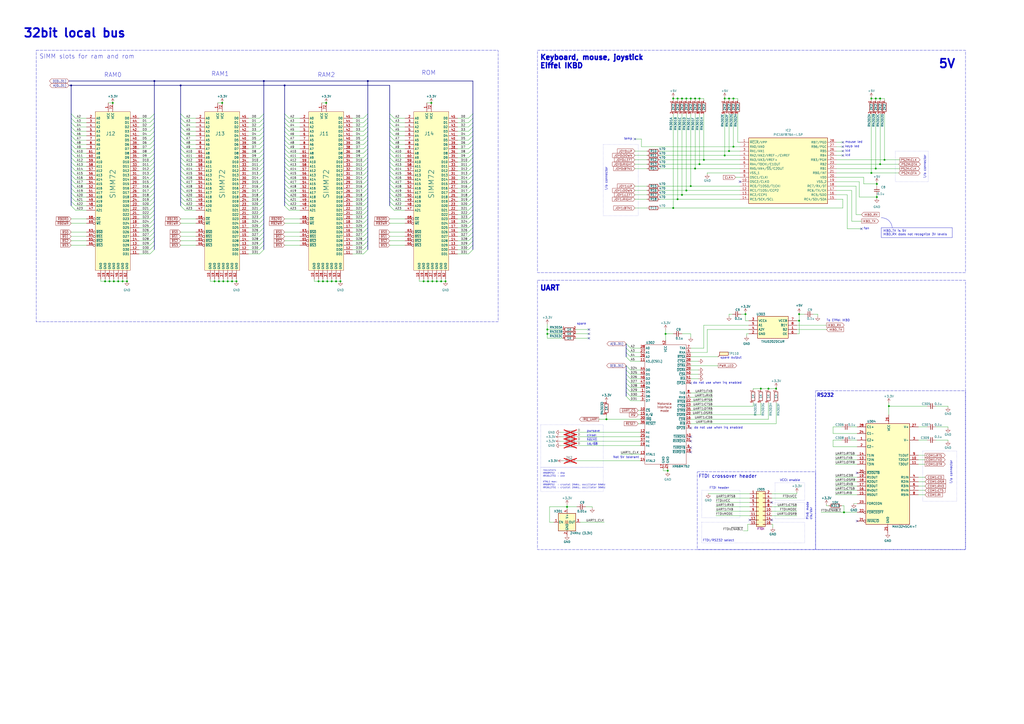
<source format=kicad_sch>
(kicad_sch (version 20230121) (generator eeschema)
  (paper "A2")
  (title_block (title "Raven 68060") (date "2024") (rev "A0") (company "Licensed under CERN-OHL-W v2") (comment 1 "(c)2024 Anders Granlund"))
  (junction (at 73.66 163.195))
  (junction (at 258.445 163.195))
  (junction (at 395.605 113.03))
  (junction (at 508 57.15))
  (junction (at 66.04 163.195))
  (junction (at 393.065 115.57))
  (junction (at 405.765 57.15))
  (junction (at 513.08 92.71))
  (junction (at 403.225 57.15))
  (junction (at 510.54 57.15))
  (junction (at 393.065 57.15))
  (junction (at 508.635 106.68))
  (junction (at 248.285 163.195))
  (junction (at 398.145 110.49))
  (junction (at 510.54 95.25))
  (junction (at 505.46 100.33))
  (junction (at 153.035 46.99))
  (junction (at 463.55 182.245))
  (junction (at 387.35 273.05))
  (junction (at 128.905 59.69))
  (junction (at 445.77 225.425))
  (junction (at 317.5 193.675))
  (junction (at 508 97.79))
  (junction (at 317.5 191.135))
  (junction (at 250.19 59.69))
  (junction (at 189.23 59.69))
  (junction (at 403.225 97.79))
  (junction (at 515.62 235.585))
  (junction (at 328.93 294.005))
  (junction (at 137.16 163.195))
  (junction (at 60.96 163.195))
  (junction (at 398.145 57.15))
  (junction (at 505.46 57.15))
  (junction (at 408.305 92.71))
  (junction (at 432.435 182.245))
  (junction (at 197.485 163.195))
  (junction (at 390.525 120.65))
  (junction (at 189.865 163.195))
  (junction (at 405.765 95.25))
  (junction (at 213.36 46.99))
  (junction (at 489.585 297.18))
  (junction (at 400.685 57.15))
  (junction (at 420.37 90.17))
  (junction (at 422.91 87.63))
  (junction (at 124.46 163.195))
  (junction (at 255.905 163.195))
  (junction (at 104.775 49.53))
  (junction (at 41.275 49.53))
  (junction (at 250.825 163.195))
  (junction (at 165.1 49.53))
  (junction (at 351.79 243.205))
  (junction (at 450.215 225.425))
  (junction (at 184.785 163.195))
  (junction (at 132.08 163.195))
  (junction (at 508.635 114.3))
  (junction (at 129.54 163.195))
  (junction (at 71.12 163.195))
  (junction (at 390.525 57.15))
  (junction (at 134.62 163.195))
  (junction (at 395.605 57.15))
  (junction (at 89.535 46.99))
  (junction (at 245.745 163.195))
  (junction (at 192.405 163.195))
  (junction (at 420.37 57.15))
  (junction (at 422.91 57.15))
  (junction (at 127 163.195))
  (junction (at 425.45 85.09))
  (junction (at 386.08 193.675))
  (junction (at 400.685 107.95))
  (junction (at 68.58 163.195))
  (junction (at 253.365 163.195))
  (junction (at 194.945 163.195))
  (junction (at 63.5 163.195))
  (junction (at 65.405 59.69))
  (junction (at 463.55 186.055))
  (junction (at 187.325 163.195))
  (junction (at 425.45 57.15))
  (junction (at 441.325 225.425))
  (no_connect (at 447.675 301.625))
  (no_connect (at 488.95 85.09))
  (no_connect (at 497.205 274.32))
  (no_connect (at 497.205 302.26))
  (no_connect (at 488.95 87.63))
  (no_connect (at 488.95 82.55))
  (no_connect (at 400.685 222.25))
  (no_connect (at 341.63 191.135))
  (no_connect (at 434.975 301.625))
  (no_connect (at 400.685 248.285))
  (no_connect (at 400.685 262.255))
  (no_connect (at 341.63 196.215))
  (no_connect (at 488.95 90.17))
  (no_connect (at 429.26 105.41))
  (no_connect (at 368.3 80.645))
  (no_connect (at 341.63 193.675))
  (no_connect (at 499.745 132.715))
  (no_connect (at 447.675 291.465))
  (no_connect (at 400.685 253.365))
  (no_connect (at 400.685 259.715))
  (no_connect (at 400.685 255.905))
  (bus_entry (at 89.535 73.66) (size -2.54 2.54))
  (bus_entry (at 226.06 111.76) (size 2.54 2.54))
  (bus_entry (at 41.275 88.9) (size 2.54 2.54))
  (bus_entry (at 104.775 66.04) (size 2.54 2.54))
  (bus_entry (at 41.275 109.22) (size 2.54 2.54))
  (bus_entry (at 89.535 142.24) (size -2.54 2.54))
  (bus_entry (at 363.22 229.87) (size 2.54 2.54))
  (bus_entry (at 153.035 68.58) (size -2.54 2.54))
  (bus_entry (at 274.32 99.06) (size -2.54 2.54))
  (bus_entry (at 165.1 76.2) (size 2.54 2.54))
  (bus_entry (at 153.035 116.84) (size -2.54 2.54))
  (bus_entry (at 363.22 201.93) (size 2.54 2.54))
  (bus_entry (at 89.535 134.62) (size -2.54 2.54))
  (bus_entry (at 363.22 227.33) (size 2.54 2.54))
  (bus_entry (at 213.36 81.28) (size -2.54 2.54))
  (bus_entry (at 41.275 93.98) (size 2.54 2.54))
  (bus_entry (at 213.36 121.92) (size -2.54 2.54))
  (bus_entry (at 363.22 207.01) (size 2.54 2.54))
  (bus_entry (at 274.32 83.82) (size -2.54 2.54))
  (bus_entry (at 89.535 121.92) (size -2.54 2.54))
  (bus_entry (at 153.035 71.12) (size -2.54 2.54))
  (bus_entry (at 153.035 101.6) (size -2.54 2.54))
  (bus_entry (at 213.36 93.98) (size -2.54 2.54))
  (bus_entry (at 274.32 76.2) (size -2.54 2.54))
  (bus_entry (at 226.06 114.3) (size 2.54 2.54))
  (bus_entry (at 89.535 91.44) (size -2.54 2.54))
  (bus_entry (at 104.775 93.98) (size 2.54 2.54))
  (bus_entry (at 274.32 121.92) (size -2.54 2.54))
  (bus_entry (at 104.775 104.14) (size 2.54 2.54))
  (bus_entry (at 89.535 124.46) (size -2.54 2.54))
  (bus_entry (at 104.775 83.82) (size 2.54 2.54))
  (bus_entry (at 274.32 73.66) (size -2.54 2.54))
  (bus_entry (at 41.275 116.84) (size 2.54 2.54))
  (bus_entry (at 226.06 101.6) (size 2.54 2.54))
  (bus_entry (at 213.36 78.74) (size -2.54 2.54))
  (bus_entry (at 41.275 71.12) (size 2.54 2.54))
  (bus_entry (at 153.035 144.78) (size -2.54 2.54))
  (bus_entry (at 89.535 86.36) (size -2.54 2.54))
  (bus_entry (at 213.36 71.12) (size -2.54 2.54))
  (bus_entry (at 226.06 71.12) (size 2.54 2.54))
  (bus_entry (at 104.775 86.36) (size 2.54 2.54))
  (bus_entry (at 165.1 114.3) (size 2.54 2.54))
  (bus_entry (at 274.32 104.14) (size -2.54 2.54))
  (bus_entry (at 213.36 106.68) (size -2.54 2.54))
  (bus_entry (at 274.32 144.78) (size -2.54 2.54))
  (bus_entry (at 274.32 96.52) (size -2.54 2.54))
  (bus_entry (at 274.32 114.3) (size -2.54 2.54))
  (bus_entry (at 213.36 142.24) (size -2.54 2.54))
  (bus_entry (at 165.1 91.44) (size 2.54 2.54))
  (bus_entry (at 104.775 96.52) (size 2.54 2.54))
  (bus_entry (at 89.535 88.9) (size -2.54 2.54))
  (bus_entry (at 165.1 83.82) (size 2.54 2.54))
  (bus_entry (at 213.36 134.62) (size -2.54 2.54))
  (bus_entry (at 89.535 78.74) (size -2.54 2.54))
  (bus_entry (at 165.1 81.28) (size 2.54 2.54))
  (bus_entry (at 104.775 106.68) (size 2.54 2.54))
  (bus_entry (at 153.035 127) (size -2.54 2.54))
  (bus_entry (at 363.22 199.39) (size 2.54 2.54))
  (bus_entry (at 213.36 99.06) (size -2.54 2.54))
  (bus_entry (at 165.1 101.6) (size 2.54 2.54))
  (bus_entry (at 226.06 88.9) (size 2.54 2.54))
  (bus_entry (at 213.36 111.76) (size -2.54 2.54))
  (bus_entry (at 41.275 96.52) (size 2.54 2.54))
  (bus_entry (at 153.035 142.24) (size -2.54 2.54))
  (bus_entry (at 165.1 119.38) (size 2.54 2.54))
  (bus_entry (at 104.775 116.84) (size 2.54 2.54))
  (bus_entry (at 165.1 111.76) (size 2.54 2.54))
  (bus_entry (at 226.06 76.2) (size 2.54 2.54))
  (bus_entry (at 213.36 119.38) (size -2.54 2.54))
  (bus_entry (at 104.775 71.12) (size 2.54 2.54))
  (bus_entry (at 89.535 129.54) (size -2.54 2.54))
  (bus_entry (at 213.36 109.22) (size -2.54 2.54))
  (bus_entry (at 89.535 119.38) (size -2.54 2.54))
  (bus_entry (at 165.1 66.04) (size 2.54 2.54))
  (bus_entry (at 363.22 204.47) (size 2.54 2.54))
  (bus_entry (at 274.32 124.46) (size -2.54 2.54))
  (bus_entry (at 274.32 132.08) (size -2.54 2.54))
  (bus_entry (at 213.36 114.3) (size -2.54 2.54))
  (bus_entry (at 226.06 66.04) (size 2.54 2.54))
  (bus_entry (at 226.06 106.68) (size 2.54 2.54))
  (bus_entry (at 104.775 114.3) (size 2.54 2.54))
  (bus_entry (at 226.06 109.22) (size 2.54 2.54))
  (bus_entry (at 274.32 86.36) (size -2.54 2.54))
  (bus_entry (at 153.035 109.22) (size -2.54 2.54))
  (bus_entry (at 41.275 119.38) (size 2.54 2.54))
  (bus_entry (at 226.06 81.28) (size 2.54 2.54))
  (bus_entry (at 213.36 86.36) (size -2.54 2.54))
  (bus_entry (at 104.775 81.28) (size 2.54 2.54))
  (bus_entry (at 89.535 114.3) (size -2.54 2.54))
  (bus_entry (at 153.035 132.08) (size -2.54 2.54))
  (bus_entry (at 274.32 101.6) (size -2.54 2.54))
  (bus_entry (at 41.275 73.66) (size 2.54 2.54))
  (bus_entry (at 363.22 212.09) (size 2.54 2.54))
  (bus_entry (at 213.36 137.16) (size -2.54 2.54))
  (bus_entry (at 213.36 127) (size -2.54 2.54))
  (bus_entry (at 41.275 101.6) (size 2.54 2.54))
  (bus_entry (at 226.06 116.84) (size 2.54 2.54))
  (bus_entry (at 104.775 91.44) (size 2.54 2.54))
  (bus_entry (at 41.275 78.74) (size 2.54 2.54))
  (bus_entry (at 41.275 83.82) (size 2.54 2.54))
  (bus_entry (at 226.06 86.36) (size 2.54 2.54))
  (bus_entry (at 89.535 106.68) (size -2.54 2.54))
  (bus_entry (at 165.1 73.66) (size 2.54 2.54))
  (bus_entry (at 41.275 86.36) (size 2.54 2.54))
  (bus_entry (at 104.775 68.58) (size 2.54 2.54))
  (bus_entry (at 226.06 93.98) (size 2.54 2.54))
  (bus_entry (at 89.535 132.08) (size -2.54 2.54))
  (bus_entry (at 104.775 119.38) (size 2.54 2.54))
  (bus_entry (at 274.32 88.9) (size -2.54 2.54))
  (bus_entry (at 153.035 78.74) (size -2.54 2.54))
  (bus_entry (at 363.22 224.79) (size 2.54 2.54))
  (bus_entry (at 213.36 129.54) (size -2.54 2.54))
  (bus_entry (at 165.1 88.9) (size 2.54 2.54))
  (bus_entry (at 363.22 222.25) (size 2.54 2.54))
  (bus_entry (at 104.775 78.74) (size 2.54 2.54))
  (bus_entry (at 226.06 78.74) (size 2.54 2.54))
  (bus_entry (at 89.535 127) (size -2.54 2.54))
  (bus_entry (at 226.06 96.52) (size 2.54 2.54))
  (bus_entry (at 153.035 139.7) (size -2.54 2.54))
  (bus_entry (at 89.535 111.76) (size -2.54 2.54))
  (bus_entry (at 213.36 96.52) (size -2.54 2.54))
  (bus_entry (at 41.275 111.76) (size 2.54 2.54))
  (bus_entry (at 213.36 116.84) (size -2.54 2.54))
  (bus_entry (at 89.535 104.14) (size -2.54 2.54))
  (bus_entry (at 274.32 142.24) (size -2.54 2.54))
  (bus_entry (at 89.535 144.78) (size -2.54 2.54))
  (bus_entry (at 226.06 68.58) (size 2.54 2.54))
  (bus_entry (at 89.535 139.7) (size -2.54 2.54))
  (bus_entry (at 153.035 93.98) (size -2.54 2.54))
  (bus_entry (at 104.775 99.06) (size 2.54 2.54))
  (bus_entry (at 363.22 217.17) (size 2.54 2.54))
  (bus_entry (at 226.06 119.38) (size 2.54 2.54))
  (bus_entry (at 41.275 114.3) (size 2.54 2.54))
  (bus_entry (at 104.775 73.66) (size 2.54 2.54))
  (bus_entry (at 89.535 99.06) (size -2.54 2.54))
  (bus_entry (at 165.1 96.52) (size 2.54 2.54))
  (bus_entry (at 274.32 129.54) (size -2.54 2.54))
  (bus_entry (at 213.36 124.46) (size -2.54 2.54))
  (bus_entry (at 213.36 73.66) (size -2.54 2.54))
  (bus_entry (at 153.035 76.2) (size -2.54 2.54))
  (bus_entry (at 165.1 86.36) (size 2.54 2.54))
  (bus_entry (at 104.775 111.76) (size 2.54 2.54))
  (bus_entry (at 41.275 104.14) (size 2.54 2.54))
  (bus_entry (at 165.1 93.98) (size 2.54 2.54))
  (bus_entry (at 165.1 116.84) (size 2.54 2.54))
  (bus_entry (at 165.1 78.74) (size 2.54 2.54))
  (bus_entry (at 104.775 109.22) (size 2.54 2.54))
  (bus_entry (at 165.1 68.58) (size 2.54 2.54))
  (bus_entry (at 213.36 66.04) (size -2.54 2.54))
  (bus_entry (at 274.32 81.28) (size -2.54 2.54))
  (bus_entry (at 41.275 99.06) (size 2.54 2.54))
  (bus_entry (at 153.035 119.38) (size -2.54 2.54))
  (bus_entry (at 274.32 91.44) (size -2.54 2.54))
  (bus_entry (at 153.035 66.04) (size -2.54 2.54))
  (bus_entry (at 89.535 116.84) (size -2.54 2.54))
  (bus_entry (at 274.32 106.68) (size -2.54 2.54))
  (bus_entry (at 89.535 109.22) (size -2.54 2.54))
  (bus_entry (at 153.035 104.14) (size -2.54 2.54))
  (bus_entry (at 41.275 81.28) (size 2.54 2.54))
  (bus_entry (at 153.035 73.66) (size -2.54 2.54))
  (bus_entry (at 274.32 71.12) (size -2.54 2.54))
  (bus_entry (at 226.06 99.06) (size 2.54 2.54))
  (bus_entry (at 89.535 66.04) (size -2.54 2.54))
  (bus_entry (at 363.22 219.71) (size 2.54 2.54))
  (bus_entry (at 153.035 121.92) (size -2.54 2.54))
  (bus_entry (at 89.535 68.58) (size -2.54 2.54))
  (bus_entry (at 153.035 91.44) (size -2.54 2.54))
  (bus_entry (at 89.535 93.98) (size -2.54 2.54))
  (bus_entry (at 153.035 83.82) (size -2.54 2.54))
  (bus_entry (at 89.535 81.28) (size -2.54 2.54))
  (bus_entry (at 274.32 116.84) (size -2.54 2.54))
  (bus_entry (at 89.535 83.82) (size -2.54 2.54))
  (bus_entry (at 213.36 104.14) (size -2.54 2.54))
  (bus_entry (at 274.32 139.7) (size -2.54 2.54))
  (bus_entry (at 89.535 101.6) (size -2.54 2.54))
  (bus_entry (at 213.36 91.44) (size -2.54 2.54))
  (bus_entry (at 213.36 144.78) (size -2.54 2.54))
  (bus_entry (at 226.06 104.14) (size 2.54 2.54))
  (bus_entry (at 226.06 91.44) (size 2.54 2.54))
  (bus_entry (at 226.06 73.66) (size 2.54 2.54))
  (bus_entry (at 165.1 71.12) (size 2.54 2.54))
  (bus_entry (at 274.32 66.04) (size -2.54 2.54))
  (bus_entry (at 213.36 132.08) (size -2.54 2.54))
  (bus_entry (at 274.32 78.74) (size -2.54 2.54))
  (bus_entry (at 153.035 129.54) (size -2.54 2.54))
  (bus_entry (at 153.035 134.62) (size -2.54 2.54))
  (bus_entry (at 274.32 137.16) (size -2.54 2.54))
  (bus_entry (at 274.32 68.58) (size -2.54 2.54))
  (bus_entry (at 213.36 68.58) (size -2.54 2.54))
  (bus_entry (at 153.035 137.16) (size -2.54 2.54))
  (bus_entry (at 153.035 86.36) (size -2.54 2.54))
  (bus_entry (at 165.1 99.06) (size 2.54 2.54))
  (bus_entry (at 213.36 76.2) (size -2.54 2.54))
  (bus_entry (at 165.1 104.14) (size 2.54 2.54))
  (bus_entry (at 213.36 83.82) (size -2.54 2.54))
  (bus_entry (at 153.035 111.76) (size -2.54 2.54))
  (bus_entry (at 153.035 106.68) (size -2.54 2.54))
  (bus_entry (at 165.1 109.22) (size 2.54 2.54))
  (bus_entry (at 274.32 134.62) (size -2.54 2.54))
  (bus_entry (at 274.32 119.38) (size -2.54 2.54))
  (bus_entry (at 153.035 81.28) (size -2.54 2.54))
  (bus_entry (at 213.36 139.7) (size -2.54 2.54))
  (bus_entry (at 104.775 88.9) (size 2.54 2.54))
  (bus_entry (at 104.775 101.6) (size 2.54 2.54))
  (bus_entry (at 89.535 71.12) (size -2.54 2.54))
  (bus_entry (at 41.275 76.2) (size 2.54 2.54))
  (bus_entry (at 153.035 99.06) (size -2.54 2.54))
  (bus_entry (at 226.06 83.82) (size 2.54 2.54))
  (bus_entry (at 213.36 101.6) (size -2.54 2.54))
  (bus_entry (at 274.32 127) (size -2.54 2.54))
  (bus_entry (at 165.1 106.68) (size 2.54 2.54))
  (bus_entry (at 153.035 114.3) (size -2.54 2.54))
  (bus_entry (at 363.22 214.63) (size 2.54 2.54))
  (bus_entry (at 274.32 111.76) (size -2.54 2.54))
  (bus_entry (at 153.035 124.46) (size -2.54 2.54))
  (bus_entry (at 213.36 88.9) (size -2.54 2.54))
  (bus_entry (at 153.035 96.52) (size -2.54 2.54))
  (bus_entry (at 41.275 91.44) (size 2.54 2.54))
  (bus_entry (at 89.535 76.2) (size -2.54 2.54))
  (bus_entry (at 89.535 137.16) (size -2.54 2.54))
  (bus_entry (at 274.32 109.22) (size -2.54 2.54))
  (bus_entry (at 41.275 68.58) (size 2.54 2.54))
  (bus_entry (at 41.275 66.04) (size 2.54 2.54))
  (bus_entry (at 153.035 88.9) (size -2.54 2.54))
  (bus_entry (at 41.275 106.68) (size 2.54 2.54))
  (bus_entry (at 274.32 93.98) (size -2.54 2.54))
  (bus_entry (at 104.775 76.2) (size 2.54 2.54))
  (bus_entry (at 89.535 96.52) (size -2.54 2.54))
  (wire (pts (xy 485.14 95.25) (xy 510.54 95.25)))
  (wire (pts (xy 167.64 78.74) (xy 173.99 78.74)))
  (wire (pts (xy 265.43 144.78) (xy 271.78 144.78)))
  (bus (pts (xy 153.035 142.24) (xy 153.035 139.7)))
  (wire (pts (xy 433.705 307.975) (xy 433.705 304.165)))
  (bus (pts (xy 89.535 78.74) (xy 89.535 76.2)))
  (bus (pts (xy 104.775 81.28) (xy 104.775 78.74)))
  (wire (pts (xy 243.205 163.195) (xy 243.205 161.925)))
  (bus (pts (xy 165.1 71.12) (xy 165.1 68.58)))
  (wire (pts (xy 505.46 56.515) (xy 505.46 57.15)))
  (bus (pts (xy 226.06 106.68) (xy 226.06 104.14)))
  (wire (pts (xy 265.43 106.68) (xy 271.78 106.68)))
  (wire (pts (xy 80.645 73.66) (xy 86.995 73.66)))
  (bus (pts (xy 274.32 134.62) (xy 274.32 132.08)))
  (wire (pts (xy 80.645 109.22) (xy 86.995 109.22)))
  (wire (pts (xy 43.815 86.36) (xy 50.165 86.36)))
  (wire (pts (xy 104.775 137.16) (xy 113.665 137.16)))
  (bus (pts (xy 213.36 114.3) (xy 213.36 111.76)))
  (wire (pts (xy 493.395 255.27) (xy 497.205 255.27)))
  (wire (pts (xy 325.12 258.445) (xy 327.025 258.445)))
  (bus (pts (xy 104.775 78.74) (xy 104.775 76.2)))
  (wire (pts (xy 508.635 114.3) (xy 508.635 114.935)))
  (bus (pts (xy 213.36 83.82) (xy 213.36 81.28)))
  (wire (pts (xy 144.145 99.06) (xy 150.495 99.06)))
  (wire (pts (xy 144.145 142.24) (xy 150.495 142.24)))
  (bus (pts (xy 41.275 101.6) (xy 41.275 99.06)))
  (bus (pts (xy 213.36 127) (xy 213.36 124.46)))
  (wire (pts (xy 368.3 90.17) (xy 375.285 90.17)))
  (wire (pts (xy 165.1 127) (xy 173.99 127)))
  (bus (pts (xy 153.035 124.46) (xy 153.035 121.92)))
  (wire (pts (xy 167.64 71.12) (xy 173.99 71.12)))
  (wire (pts (xy 247.65 59.69) (xy 250.19 59.69)))
  (bus (pts (xy 41.275 88.9) (xy 41.275 86.36)))
  (bus (pts (xy 165.1 66.04) (xy 165.1 49.53)))
  (wire (pts (xy 265.43 68.58) (xy 271.78 68.58)))
  (bus (pts (xy 165.1 86.36) (xy 165.1 83.82)))
  (bus (pts (xy 213.36 104.14) (xy 213.36 101.6)))
  (wire (pts (xy 485.14 90.17) (xy 488.95 90.17)))
  (wire (pts (xy 497.205 251.46) (xy 483.235 251.46)))
  (wire (pts (xy 365.76 207.01) (xy 371.475 207.01)))
  (wire (pts (xy 382.905 87.63) (xy 422.91 87.63)))
  (wire (pts (xy 420.37 90.17) (xy 429.26 90.17)))
  (bus (pts (xy 104.775 73.66) (xy 104.775 71.12)))
  (wire (pts (xy 395.605 57.15) (xy 395.605 58.42)))
  (wire (pts (xy 167.64 114.3) (xy 173.99 114.3)))
  (wire (pts (xy 255.905 163.195) (xy 258.445 163.195)))
  (wire (pts (xy 144.145 119.38) (xy 150.495 119.38)))
  (wire (pts (xy 265.43 86.36) (xy 271.78 86.36)))
  (wire (pts (xy 80.645 101.6) (xy 86.995 101.6)))
  (wire (pts (xy 228.6 88.9) (xy 234.95 88.9)))
  (wire (pts (xy 510.54 66.04) (xy 510.54 95.25)))
  (wire (pts (xy 491.49 132.715) (xy 499.745 132.715)))
  (wire (pts (xy 226.06 139.7) (xy 234.95 139.7)))
  (bus (pts (xy 153.035 137.16) (xy 153.035 134.62)))
  (wire (pts (xy 204.47 93.98) (xy 210.82 93.98)))
  (wire (pts (xy 248.285 161.925) (xy 248.285 163.195)))
  (wire (pts (xy 189.865 161.925) (xy 189.865 163.195)))
  (wire (pts (xy 204.47 111.76) (xy 210.82 111.76)))
  (bus (pts (xy 104.775 116.84) (xy 104.775 114.3)))
  (wire (pts (xy 66.04 161.925) (xy 66.04 163.195)))
  (bus (pts (xy 363.22 199.39) (xy 363.22 201.93)))
  (wire (pts (xy 265.43 78.74) (xy 271.78 78.74)))
  (wire (pts (xy 368.3 97.79) (xy 375.285 97.79)))
  (bus (pts (xy 213.36 78.74) (xy 213.36 76.2)))
  (wire (pts (xy 228.6 96.52) (xy 234.95 96.52)))
  (wire (pts (xy 265.43 71.12) (xy 271.78 71.12)))
  (bus (pts (xy 363.22 217.17) (xy 363.22 219.71)))
  (wire (pts (xy 80.645 144.78) (xy 86.995 144.78)))
  (wire (pts (xy 382.905 95.25) (xy 405.765 95.25)))
  (wire (pts (xy 405.765 95.25) (xy 429.26 95.25)))
  (wire (pts (xy 104.775 139.7) (xy 113.665 139.7)))
  (bus (pts (xy 41.275 96.52) (xy 41.275 93.98)))
  (wire (pts (xy 204.47 96.52) (xy 210.82 96.52)))
  (wire (pts (xy 58.42 163.195) (xy 60.96 163.195)))
  (wire (pts (xy 493.395 247.65) (xy 497.205 247.65)))
  (bus (pts (xy 41.275 71.12) (xy 41.275 68.58)))
  (wire (pts (xy 422.91 57.15) (xy 422.91 58.42)))
  (wire (pts (xy 107.315 116.84) (xy 113.665 116.84)))
  (wire (pts (xy 80.645 78.74) (xy 86.995 78.74)))
  (wire (pts (xy 265.43 96.52) (xy 271.78 96.52)))
  (bus (pts (xy 104.775 114.3) (xy 104.775 111.76)))
  (bus (pts (xy 165.1 68.58) (xy 165.1 66.04)))
  (wire (pts (xy 192.405 163.195) (xy 194.945 163.195)))
  (wire (pts (xy 325.12 253.365) (xy 327.025 253.365)))
  (bus (pts (xy 274.32 114.3) (xy 274.32 111.76)))
  (wire (pts (xy 144.145 147.32) (xy 150.495 147.32)))
  (wire (pts (xy 549.91 255.27) (xy 549.91 255.905)))
  (wire (pts (xy 167.64 111.76) (xy 173.99 111.76)))
  (wire (pts (xy 265.43 88.9) (xy 271.78 88.9)))
  (wire (pts (xy 41.275 134.62) (xy 50.165 134.62)))
  (wire (pts (xy 462.28 286.385) (xy 462.28 285.75)))
  (wire (pts (xy 400.685 212.09) (xy 416.56 212.09)))
  (wire (pts (xy 104.775 129.54) (xy 113.665 129.54)))
  (wire (pts (xy 489.585 297.18) (xy 497.205 297.18)))
  (wire (pts (xy 144.145 96.52) (xy 150.495 96.52)))
  (wire (pts (xy 532.765 266.7) (xy 536.575 266.7)))
  (bus (pts (xy 165.1 109.22) (xy 165.1 106.68)))
  (wire (pts (xy 126.365 59.69) (xy 128.905 59.69)))
  (bus (pts (xy 104.775 49.53) (xy 165.1 49.53)))
  (wire (pts (xy 226.06 129.54) (xy 234.95 129.54)))
  (bus (pts (xy 363.22 214.63) (xy 363.22 217.17)))
  (bus (pts (xy 213.36 129.54) (xy 213.36 127)))
  (bus (pts (xy 213.36 99.06) (xy 213.36 96.52)))
  (wire (pts (xy 382.905 90.17) (xy 420.37 90.17)))
  (wire (pts (xy 422.91 182.245) (xy 422.91 183.515)))
  (bus (pts (xy 89.535 127) (xy 89.535 124.46)))
  (wire (pts (xy 489.585 293.37) (xy 489.585 297.18)))
  (wire (pts (xy 463.55 182.245) (xy 466.725 182.245)))
  (wire (pts (xy 228.6 91.44) (xy 234.95 91.44)))
  (bus (pts (xy 89.535 104.14) (xy 89.535 101.6)))
  (bus (pts (xy 153.035 88.9) (xy 153.035 86.36)))
  (bus (pts (xy 89.535 73.66) (xy 89.535 71.12)))
  (wire (pts (xy 317.5 191.135) (xy 317.5 193.675)))
  (wire (pts (xy 127 163.195) (xy 129.54 163.195)))
  (wire (pts (xy 107.315 121.92) (xy 113.665 121.92)))
  (wire (pts (xy 43.815 78.74) (xy 50.165 78.74)))
  (bus (pts (xy 226.06 119.38) (xy 226.06 116.84)))
  (wire (pts (xy 425.45 85.09) (xy 429.26 85.09)))
  (wire (pts (xy 382.905 97.79) (xy 403.225 97.79)))
  (wire (pts (xy 107.315 71.12) (xy 113.665 71.12)))
  (bus (pts (xy 89.535 129.54) (xy 89.535 127)))
  (wire (pts (xy 107.315 81.28) (xy 113.665 81.28)))
  (bus (pts (xy 153.035 81.28) (xy 153.035 78.74)))
  (wire (pts (xy 144.145 104.14) (xy 150.495 104.14)))
  (wire (pts (xy 60.96 161.925) (xy 60.96 163.195)))
  (bus (pts (xy 274.32 121.92) (xy 274.32 119.38)))
  (wire (pts (xy 488.95 115.57) (xy 488.95 120.65)))
  (bus (pts (xy 226.06 104.14) (xy 226.06 101.6)))
  (wire (pts (xy 328.93 292.735) (xy 328.93 294.005)))
  (wire (pts (xy 498.475 105.41) (xy 498.475 114.3)))
  (wire (pts (xy 204.47 116.84) (xy 210.82 116.84)))
  (wire (pts (xy 387.35 271.78) (xy 387.35 273.05)))
  (wire (pts (xy 485.14 92.71) (xy 513.08 92.71)))
  (wire (pts (xy 420.37 66.04) (xy 420.37 90.17)))
  (wire (pts (xy 63.5 161.925) (xy 63.5 163.195)))
  (bus (pts (xy 104.775 99.06) (xy 104.775 96.52)))
  (wire (pts (xy 228.6 109.22) (xy 234.95 109.22)))
  (bus (pts (xy 89.535 121.92) (xy 89.535 119.38)))
  (bus (pts (xy 89.535 124.46) (xy 89.535 121.92)))
  (wire (pts (xy 134.62 163.195) (xy 137.16 163.195)))
  (wire (pts (xy 184.785 161.925) (xy 184.785 163.195)))
  (wire (pts (xy 107.315 114.3) (xy 113.665 114.3)))
  (bus (pts (xy 89.535 99.06) (xy 89.535 96.52)))
  (bus (pts (xy 226.06 114.3) (xy 226.06 111.76)))
  (bus (pts (xy 226.06 109.22) (xy 226.06 106.68)))
  (bus (pts (xy 153.035 111.76) (xy 153.035 109.22)))
  (wire (pts (xy 80.645 139.7) (xy 86.995 139.7)))
  (wire (pts (xy 167.64 86.36) (xy 173.99 86.36)))
  (bus (pts (xy 89.535 132.08) (xy 89.535 129.54)))
  (wire (pts (xy 144.145 78.74) (xy 150.495 78.74)))
  (wire (pts (xy 167.64 81.28) (xy 173.99 81.28)))
  (wire (pts (xy 425.45 57.15) (xy 427.99 57.15)))
  (wire (pts (xy 422.91 87.63) (xy 429.26 87.63)))
  (wire (pts (xy 408.305 57.15) (xy 408.305 58.42)))
  (wire (pts (xy 194.945 161.925) (xy 194.945 163.195)))
  (wire (pts (xy 408.305 66.04) (xy 408.305 92.71)))
  (wire (pts (xy 265.43 104.14) (xy 271.78 104.14)))
  (bus (pts (xy 213.36 144.78) (xy 213.36 142.24)))
  (wire (pts (xy 508 97.79) (xy 521.97 97.79)))
  (wire (pts (xy 43.815 88.9) (xy 50.165 88.9)))
  (bus (pts (xy 165.1 99.06) (xy 165.1 96.52)))
  (wire (pts (xy 129.54 163.195) (xy 132.08 163.195)))
  (wire (pts (xy 433.705 304.165) (xy 434.975 304.165)))
  (wire (pts (xy 395.605 113.03) (xy 429.26 113.03)))
  (wire (pts (xy 410.21 100.33) (xy 429.26 100.33)))
  (wire (pts (xy 410.21 204.47) (xy 410.21 191.135)))
  (wire (pts (xy 427.99 57.15) (xy 427.99 58.42)))
  (bus (pts (xy 213.36 76.2) (xy 213.36 73.66)))
  (wire (pts (xy 403.225 97.79) (xy 429.26 97.79)))
  (wire (pts (xy 144.145 124.46) (xy 150.495 124.46)))
  (bus (pts (xy 153.035 116.84) (xy 153.035 114.3)))
  (wire (pts (xy 228.6 104.14) (xy 234.95 104.14)))
  (wire (pts (xy 382.905 92.71) (xy 408.305 92.71)))
  (bus (pts (xy 89.535 96.52) (xy 89.535 93.98)))
  (wire (pts (xy 447.675 288.925) (xy 462.28 288.925)))
  (wire (pts (xy 462.28 186.055) (xy 463.55 186.055)))
  (wire (pts (xy 265.43 147.32) (xy 271.78 147.32)))
  (wire (pts (xy 204.47 119.38) (xy 210.82 119.38)))
  (wire (pts (xy 265.43 76.2) (xy 271.78 76.2)))
  (wire (pts (xy 80.645 99.06) (xy 86.995 99.06)))
  (wire (pts (xy 104.775 142.24) (xy 113.665 142.24)))
  (wire (pts (xy 245.745 161.925) (xy 245.745 163.195)))
  (wire (pts (xy 393.065 66.04) (xy 393.065 115.57)))
  (wire (pts (xy 425.45 57.15) (xy 425.45 58.42)))
  (wire (pts (xy 228.6 76.2) (xy 234.95 76.2)))
  (bus (pts (xy 274.32 142.24) (xy 274.32 139.7)))
  (wire (pts (xy 393.065 57.15) (xy 393.065 58.42)))
  (wire (pts (xy 413.385 238.125) (xy 400.685 238.125)))
  (bus (pts (xy 165.1 83.82) (xy 165.1 81.28)))
  (wire (pts (xy 483.235 247.65) (xy 488.315 247.65)))
  (wire (pts (xy 71.12 161.925) (xy 71.12 163.195)))
  (bus (pts (xy 89.535 46.99) (xy 89.535 66.04)))
  (wire (pts (xy 43.815 83.82) (xy 50.165 83.82)))
  (wire (pts (xy 395.605 66.04) (xy 395.605 113.03)))
  (wire (pts (xy 513.08 66.04) (xy 513.08 92.71)))
  (bus (pts (xy 226.06 73.66) (xy 226.06 71.12)))
  (bus (pts (xy 153.035 132.08) (xy 153.035 129.54)))
  (wire (pts (xy 144.145 71.12) (xy 150.495 71.12)))
  (wire (pts (xy 532.765 284.48) (xy 536.575 284.48)))
  (wire (pts (xy 132.08 163.195) (xy 134.62 163.195)))
  (wire (pts (xy 498.475 114.3) (xy 508.635 114.3)))
  (bus (pts (xy 104.775 66.04) (xy 104.775 49.53)))
  (bus (pts (xy 226.06 83.82) (xy 226.06 81.28)))
  (wire (pts (xy 80.645 88.9) (xy 86.995 88.9)))
  (wire (pts (xy 80.645 121.92) (xy 86.995 121.92)))
  (bus (pts (xy 165.1 111.76) (xy 165.1 109.22)))
  (wire (pts (xy 368.3 110.49) (xy 375.285 110.49)))
  (wire (pts (xy 368.3 113.03) (xy 375.285 113.03)))
  (bus (pts (xy 153.035 96.52) (xy 153.035 93.98)))
  (wire (pts (xy 532.765 279.4) (xy 536.575 279.4)))
  (wire (pts (xy 317.5 196.215) (xy 326.39 196.215)))
  (wire (pts (xy 80.645 134.62) (xy 86.995 134.62)))
  (wire (pts (xy 41.275 139.7) (xy 50.165 139.7)))
  (wire (pts (xy 104.775 134.62) (xy 113.665 134.62)))
  (wire (pts (xy 167.64 73.66) (xy 173.99 73.66)))
  (bus (pts (xy 274.32 129.54) (xy 274.32 127)))
  (wire (pts (xy 204.47 76.2) (xy 210.82 76.2)))
  (wire (pts (xy 107.315 104.14) (xy 113.665 104.14)))
  (wire (pts (xy 382.905 110.49) (xy 398.145 110.49)))
  (bus (pts (xy 89.535 68.58) (xy 89.535 66.04)))
  (wire (pts (xy 400.685 214.63) (xy 405.13 214.63)))
  (wire (pts (xy 107.315 78.74) (xy 113.665 78.74)))
  (bus (pts (xy 274.32 88.9) (xy 274.32 86.36)))
  (wire (pts (xy 265.43 142.24) (xy 271.78 142.24)))
  (wire (pts (xy 197.485 161.925) (xy 197.485 163.195)))
  (bus (pts (xy 89.535 101.6) (xy 89.535 99.06)))
  (wire (pts (xy 317.5 193.675) (xy 317.5 196.215)))
  (wire (pts (xy 463.55 182.245) (xy 463.55 181.61)))
  (wire (pts (xy 462.28 188.595) (xy 479.425 188.595)))
  (wire (pts (xy 167.64 96.52) (xy 173.99 96.52)))
  (wire (pts (xy 245.745 163.195) (xy 248.285 163.195)))
  (wire (pts (xy 484.505 276.86) (xy 497.205 276.86)))
  (bus (pts (xy 89.535 139.7) (xy 89.535 137.16)))
  (bus (pts (xy 226.06 68.58) (xy 226.06 66.04)))
  (bus (pts (xy 213.36 46.99) (xy 274.32 46.99)))
  (bus (pts (xy 226.06 86.36) (xy 226.06 83.82)))
  (bus (pts (xy 104.775 93.98) (xy 104.775 91.44)))
  (wire (pts (xy 370.205 240.665) (xy 371.475 240.665)))
  (wire (pts (xy 393.065 57.15) (xy 395.605 57.15)))
  (wire (pts (xy 474.345 183.515) (xy 474.345 182.245)))
  (bus (pts (xy 274.32 96.52) (xy 274.32 93.98)))
  (bus (pts (xy 363.22 227.33) (xy 363.22 229.87)))
  (wire (pts (xy 204.47 114.3) (xy 210.82 114.3)))
  (wire (pts (xy 228.6 83.82) (xy 234.95 83.82)))
  (wire (pts (xy 447.675 299.085) (xy 462.28 299.085)))
  (bus (pts (xy 41.275 76.2) (xy 41.275 73.66)))
  (wire (pts (xy 462.28 191.135) (xy 479.425 191.135)))
  (wire (pts (xy 167.64 76.2) (xy 173.99 76.2)))
  (wire (pts (xy 204.47 121.92) (xy 210.82 121.92)))
  (wire (pts (xy 484.505 266.7) (xy 497.205 266.7)))
  (bus (pts (xy 165.1 116.84) (xy 165.1 114.3)))
  (wire (pts (xy 43.815 68.58) (xy 50.165 68.58)))
  (wire (pts (xy 184.785 163.195) (xy 187.325 163.195)))
  (bus (pts (xy 104.775 106.68) (xy 104.775 104.14)))
  (wire (pts (xy 80.645 104.14) (xy 86.995 104.14)))
  (wire (pts (xy 433.07 194.945) (xy 433.07 193.675)))
  (wire (pts (xy 107.315 119.38) (xy 113.665 119.38)))
  (wire (pts (xy 505.46 66.04) (xy 505.46 100.33)))
  (wire (pts (xy 336.55 302.895) (xy 350.52 302.895)))
  (wire (pts (xy 144.145 109.22) (xy 150.495 109.22)))
  (wire (pts (xy 204.47 137.16) (xy 210.82 137.16)))
  (wire (pts (xy 204.47 144.78) (xy 210.82 144.78)))
  (wire (pts (xy 265.43 119.38) (xy 271.78 119.38)))
  (wire (pts (xy 431.165 307.975) (xy 433.705 307.975)))
  (wire (pts (xy 43.815 109.22) (xy 50.165 109.22)))
  (wire (pts (xy 144.145 139.7) (xy 150.495 139.7)))
  (bus (pts (xy 41.275 78.74) (xy 41.275 76.2)))
  (bus (pts (xy 165.1 81.28) (xy 165.1 78.74)))
  (wire (pts (xy 226.06 137.16) (xy 234.95 137.16)))
  (bus (pts (xy 274.32 116.84) (xy 274.32 114.3)))
  (bus (pts (xy 226.06 111.76) (xy 226.06 109.22)))
  (wire (pts (xy 351.79 240.665) (xy 351.79 243.205)))
  (bus (pts (xy 226.06 71.12) (xy 226.06 68.58)))
  (wire (pts (xy 204.47 83.82) (xy 210.82 83.82)))
  (wire (pts (xy 510.54 57.15) (xy 513.08 57.15)))
  (bus (pts (xy 213.36 106.68) (xy 213.36 104.14)))
  (bus (pts (xy 165.1 93.98) (xy 165.1 91.44)))
  (wire (pts (xy 395.605 57.15) (xy 398.145 57.15)))
  (wire (pts (xy 441.325 233.68) (xy 441.325 240.665)))
  (wire (pts (xy 144.145 91.44) (xy 150.495 91.44)))
  (wire (pts (xy 73.66 161.925) (xy 73.66 163.195)))
  (bus (pts (xy 41.275 111.76) (xy 41.275 109.22)))
  (wire (pts (xy 334.01 196.215) (xy 341.63 196.215)))
  (wire (pts (xy 365.76 232.41) (xy 371.475 232.41)))
  (wire (pts (xy 424.815 182.245) (xy 422.91 182.245)))
  (wire (pts (xy 43.815 121.92) (xy 50.165 121.92)))
  (wire (pts (xy 334.01 193.675) (xy 341.63 193.675)))
  (wire (pts (xy 265.43 99.06) (xy 271.78 99.06)))
  (wire (pts (xy 390.525 120.65) (xy 488.95 120.65)))
  (wire (pts (xy 243.205 163.195) (xy 245.745 163.195)))
  (wire (pts (xy 425.45 66.04) (xy 425.45 85.09)))
  (wire (pts (xy 508.635 114.3) (xy 508.635 113.03)))
  (wire (pts (xy 325.12 255.905) (xy 327.025 255.905)))
  (bus (pts (xy 274.32 132.08) (xy 274.32 129.54)))
  (wire (pts (xy 415.29 296.545) (xy 434.975 296.545)))
  (bus (pts (xy 213.36 134.62) (xy 213.36 132.08)))
  (bus (pts (xy 274.32 83.82) (xy 274.32 81.28)))
  (wire (pts (xy 43.815 71.12) (xy 50.165 71.12)))
  (bus (pts (xy 226.06 81.28) (xy 226.06 78.74)))
  (wire (pts (xy 167.64 91.44) (xy 173.99 91.44)))
  (bus (pts (xy 213.36 71.12) (xy 213.36 68.58)))
  (wire (pts (xy 165.1 129.54) (xy 173.99 129.54)))
  (bus (pts (xy 104.775 83.82) (xy 104.775 81.28)))
  (bus (pts (xy 104.775 71.12) (xy 104.775 68.58)))
  (bus (pts (xy 165.1 76.2) (xy 165.1 73.66)))
  (wire (pts (xy 384.81 273.05) (xy 387.35 273.05)))
  (wire (pts (xy 400.685 217.17) (xy 405.13 217.17)))
  (wire (pts (xy 43.815 119.38) (xy 50.165 119.38)))
  (bus (pts (xy 153.035 83.82) (xy 153.035 81.28)))
  (wire (pts (xy 429.895 182.245) (xy 432.435 182.245)))
  (wire (pts (xy 372.11 85.09) (xy 372.11 80.645)))
  (wire (pts (xy 483.235 251.46) (xy 483.235 247.65)))
  (wire (pts (xy 80.645 119.38) (xy 86.995 119.38)))
  (wire (pts (xy 422.91 57.15) (xy 425.45 57.15)))
  (bus (pts (xy 274.32 119.38) (xy 274.32 116.84)))
  (wire (pts (xy 485.14 115.57) (xy 488.95 115.57)))
  (wire (pts (xy 474.345 182.245) (xy 471.805 182.245)))
  (wire (pts (xy 515.62 233.68) (xy 515.62 235.585)))
  (bus (pts (xy 274.32 137.16) (xy 274.32 134.62)))
  (wire (pts (xy 532.765 287.02) (xy 536.575 287.02)))
  (wire (pts (xy 265.43 73.66) (xy 271.78 73.66)))
  (wire (pts (xy 483.235 255.27) (xy 483.235 259.08)))
  (bus (pts (xy 213.36 137.16) (xy 213.36 134.62)))
  (wire (pts (xy 542.925 255.27) (xy 549.91 255.27)))
  (wire (pts (xy 80.645 91.44) (xy 86.995 91.44)))
  (wire (pts (xy 328.93 294.005) (xy 328.93 295.275)))
  (wire (pts (xy 43.815 99.06) (xy 50.165 99.06)))
  (bus (pts (xy 153.035 46.99) (xy 213.36 46.99)))
  (wire (pts (xy 204.47 129.54) (xy 210.82 129.54)))
  (wire (pts (xy 415.29 299.085) (xy 434.975 299.085)))
  (bus (pts (xy 153.035 134.62) (xy 153.035 132.08)))
  (wire (pts (xy 189.865 163.195) (xy 192.405 163.195)))
  (bus (pts (xy 89.535 114.3) (xy 89.535 111.76)))
  (wire (pts (xy 250.825 163.195) (xy 253.365 163.195)))
  (wire (pts (xy 144.145 137.16) (xy 150.495 137.16)))
  (wire (pts (xy 463.55 186.055) (xy 463.55 193.675)))
  (wire (pts (xy 485.14 82.55) (xy 488.95 82.55)))
  (bus (pts (xy 274.32 91.44) (xy 274.32 88.9)))
  (wire (pts (xy 368.3 115.57) (xy 375.285 115.57)))
  (wire (pts (xy 368.3 92.71) (xy 375.285 92.71)))
  (wire (pts (xy 422.91 66.04) (xy 422.91 87.63)))
  (wire (pts (xy 390.525 66.04) (xy 390.525 120.65)))
  (wire (pts (xy 360.045 263.525) (xy 371.475 263.525)))
  (wire (pts (xy 365.76 222.25) (xy 371.475 222.25)))
  (wire (pts (xy 80.645 71.12) (xy 86.995 71.12)))
  (bus (pts (xy 274.32 99.06) (xy 274.32 96.52)))
  (wire (pts (xy 134.62 161.925) (xy 134.62 163.195)))
  (wire (pts (xy 400.685 207.01) (xy 416.56 207.01)))
  (wire (pts (xy 365.76 204.47) (xy 371.475 204.47)))
  (wire (pts (xy 204.47 68.58) (xy 210.82 68.58)))
  (wire (pts (xy 144.145 73.66) (xy 150.495 73.66)))
  (wire (pts (xy 368.3 80.645) (xy 372.11 80.645)))
  (wire (pts (xy 318.77 302.895) (xy 321.31 302.895)))
  (wire (pts (xy 41.275 137.16) (xy 50.165 137.16)))
  (bus (pts (xy 165.1 114.3) (xy 165.1 111.76)))
  (wire (pts (xy 43.815 73.66) (xy 50.165 73.66)))
  (wire (pts (xy 508.635 106.045) (xy 508.635 106.68)))
  (bus (pts (xy 226.06 93.98) (xy 226.06 91.44)))
  (wire (pts (xy 167.64 109.22) (xy 173.99 109.22)))
  (bus (pts (xy 226.06 88.9) (xy 226.06 86.36)))
  (wire (pts (xy 488.315 255.27) (xy 483.235 255.27)))
  (bus (pts (xy 165.1 101.6) (xy 165.1 99.06)))
  (wire (pts (xy 62.865 59.69) (xy 65.405 59.69)))
  (bus (pts (xy 213.36 93.98) (xy 213.36 91.44)))
  (wire (pts (xy 400.685 204.47) (xy 410.21 204.47)))
  (wire (pts (xy 382.905 113.03) (xy 395.605 113.03)))
  (bus (pts (xy 274.32 86.36) (xy 274.32 83.82)))
  (wire (pts (xy 420.37 57.15) (xy 420.37 58.42)))
  (wire (pts (xy 400.685 107.95) (xy 429.26 107.95)))
  (wire (pts (xy 144.145 129.54) (xy 150.495 129.54)))
  (wire (pts (xy 265.43 139.7) (xy 271.78 139.7)))
  (wire (pts (xy 325.12 250.825) (xy 327.025 250.825)))
  (wire (pts (xy 265.43 101.6) (xy 271.78 101.6)))
  (wire (pts (xy 496.57 107.95) (xy 485.14 107.95)))
  (wire (pts (xy 447.675 286.385) (xy 462.28 286.385)))
  (bus (pts (xy 89.535 83.82) (xy 89.535 81.28)))
  (wire (pts (xy 479.425 293.37) (xy 479.425 292.735)))
  (bus (pts (xy 41.275 104.14) (xy 41.275 101.6)))
  (bus (pts (xy 41.275 68.58) (xy 41.275 66.04)))
  (wire (pts (xy 265.43 93.98) (xy 271.78 93.98)))
  (wire (pts (xy 194.945 163.195) (xy 197.485 163.195)))
  (bus (pts (xy 41.275 49.53) (xy 41.275 66.04)))
  (wire (pts (xy 476.25 297.18) (xy 489.585 297.18)))
  (wire (pts (xy 165.1 137.16) (xy 173.99 137.16)))
  (wire (pts (xy 228.6 73.66) (xy 234.95 73.66)))
  (wire (pts (xy 398.145 57.15) (xy 398.145 58.42)))
  (wire (pts (xy 365.76 217.17) (xy 371.475 217.17)))
  (wire (pts (xy 368.3 95.25) (xy 375.285 95.25)))
  (bus (pts (xy 213.36 139.7) (xy 213.36 137.16)))
  (wire (pts (xy 400.685 219.71) (xy 405.13 219.71)))
  (bus (pts (xy 213.36 96.52) (xy 213.36 93.98)))
  (bus (pts (xy 274.32 106.68) (xy 274.32 104.14)))
  (wire (pts (xy 228.6 71.12) (xy 234.95 71.12)))
  (wire (pts (xy 485.14 85.09) (xy 488.95 85.09)))
  (wire (pts (xy 432.435 181.61) (xy 432.435 182.245)))
  (wire (pts (xy 386.08 193.675) (xy 386.08 191.135)))
  (wire (pts (xy 228.6 116.84) (xy 234.95 116.84)))
  (wire (pts (xy 494.03 128.27) (xy 499.745 128.27)))
  (bus (pts (xy 274.32 46.99) (xy 274.32 66.04)))
  (wire (pts (xy 265.43 124.46) (xy 271.78 124.46)))
  (wire (pts (xy 339.725 294.005) (xy 343.535 294.005)))
  (wire (pts (xy 204.47 132.08) (xy 210.82 132.08)))
  (wire (pts (xy 204.47 73.66) (xy 210.82 73.66)))
  (bus (pts (xy 213.36 101.6) (xy 213.36 99.06)))
  (bus (pts (xy 226.06 101.6) (xy 226.06 99.06)))
  (wire (pts (xy 365.76 219.71) (xy 371.475 219.71)))
  (bus (pts (xy 153.035 104.14) (xy 153.035 101.6)))
  (bus (pts (xy 41.275 116.84) (xy 41.275 114.3)))
  (wire (pts (xy 515.62 235.585) (xy 537.845 235.585)))
  (wire (pts (xy 253.365 163.195) (xy 255.905 163.195)))
  (wire (pts (xy 463.55 193.675) (xy 462.28 193.675)))
  (wire (pts (xy 144.145 93.98) (xy 150.495 93.98)))
  (wire (pts (xy 107.315 109.22) (xy 113.665 109.22)))
  (wire (pts (xy 433.07 193.675) (xy 434.34 193.675)))
  (wire (pts (xy 165.1 142.24) (xy 173.99 142.24)))
  (wire (pts (xy 480.695 293.37) (xy 479.425 293.37)))
  (bus (pts (xy 40.005 46.99) (xy 89.535 46.99)))
  (wire (pts (xy 484.505 287.02) (xy 497.205 287.02)))
  (bus (pts (xy 274.32 76.2) (xy 274.32 73.66)))
  (wire (pts (xy 253.365 161.925) (xy 253.365 163.195)))
  (wire (pts (xy 265.43 129.54) (xy 271.78 129.54)))
  (wire (pts (xy 513.08 57.15) (xy 513.08 58.42)))
  (bus (pts (xy 104.775 86.36) (xy 104.775 83.82)))
  (wire (pts (xy 328.93 294.005) (xy 318.77 294.005)))
  (wire (pts (xy 43.815 114.3) (xy 50.165 114.3)))
  (wire (pts (xy 167.64 106.68) (xy 173.99 106.68)))
  (wire (pts (xy 228.6 121.92) (xy 234.95 121.92)))
  (bus (pts (xy 89.535 134.62) (xy 89.535 132.08)))
  (wire (pts (xy 80.645 93.98) (xy 86.995 93.98)))
  (wire (pts (xy 450.215 224.79) (xy 450.215 225.425)))
  (wire (pts (xy 532.765 255.27) (xy 537.845 255.27)))
  (wire (pts (xy 370.205 238.125) (xy 371.475 238.125)))
  (wire (pts (xy 365.76 224.79) (xy 371.475 224.79)))
  (bus (pts (xy 274.32 73.66) (xy 274.32 71.12)))
  (bus (pts (xy 213.36 116.84) (xy 213.36 114.3)))
  (wire (pts (xy 317.5 193.675) (xy 326.39 193.675)))
  (bus (pts (xy 153.035 86.36) (xy 153.035 83.82)))
  (wire (pts (xy 204.47 124.46) (xy 210.82 124.46)))
  (bus (pts (xy 153.035 68.58) (xy 153.035 66.04)))
  (bus (pts (xy 226.06 91.44) (xy 226.06 88.9)))
  (wire (pts (xy 532.765 247.65) (xy 537.845 247.65)))
  (wire (pts (xy 398.145 66.04) (xy 398.145 110.49)))
  (bus (pts (xy 213.36 111.76) (xy 213.36 109.22)))
  (wire (pts (xy 228.6 93.98) (xy 234.95 93.98)))
  (wire (pts (xy 485.14 87.63) (xy 488.95 87.63)))
  (wire (pts (xy 204.47 109.22) (xy 210.82 109.22)))
  (bus (pts (xy 226.06 96.52) (xy 226.06 93.98)))
  (wire (pts (xy 436.88 225.425) (xy 441.325 225.425)))
  (wire (pts (xy 80.645 106.68) (xy 86.995 106.68)))
  (wire (pts (xy 334.01 191.135) (xy 341.63 191.135)))
  (wire (pts (xy 43.815 111.76) (xy 50.165 111.76)))
  (wire (pts (xy 144.145 101.6) (xy 150.495 101.6)))
  (wire (pts (xy 415.29 288.925) (xy 434.975 288.925)))
  (bus (pts (xy 165.1 78.74) (xy 165.1 76.2)))
  (bus (pts (xy 274.32 124.46) (xy 274.32 121.92)))
  (wire (pts (xy 427.99 82.55) (xy 429.26 82.55)))
  (wire (pts (xy 58.42 163.195) (xy 58.42 161.925)))
  (wire (pts (xy 448.31 304.165) (xy 447.675 304.165)))
  (wire (pts (xy 491.49 132.715) (xy 491.49 113.03)))
  (wire (pts (xy 80.645 129.54) (xy 86.995 129.54)))
  (wire (pts (xy 317.5 187.96) (xy 317.5 191.135)))
  (wire (pts (xy 334.645 258.445) (xy 371.475 258.445)))
  (wire (pts (xy 124.46 163.195) (xy 127 163.195)))
  (wire (pts (xy 144.145 111.76) (xy 150.495 111.76)))
  (wire (pts (xy 107.315 93.98) (xy 113.665 93.98)))
  (bus (pts (xy 213.36 66.04) (xy 213.36 46.99)))
  (wire (pts (xy 510.54 57.15) (xy 510.54 58.42)))
  (bus (pts (xy 226.06 99.06) (xy 226.06 96.52)))
  (wire (pts (xy 204.47 71.12) (xy 210.82 71.12)))
  (wire (pts (xy 228.6 119.38) (xy 234.95 119.38)))
  (bus (pts (xy 153.035 91.44) (xy 153.035 88.9)))
  (wire (pts (xy 204.47 134.62) (xy 210.82 134.62)))
  (wire (pts (xy 390.525 57.15) (xy 390.525 58.42)))
  (wire (pts (xy 127 161.925) (xy 127 163.195)))
  (bus (pts (xy 104.775 111.76) (xy 104.775 109.22)))
  (wire (pts (xy 510.54 95.25) (xy 521.335 95.25)))
  (wire (pts (xy 167.64 119.38) (xy 173.99 119.38)))
  (wire (pts (xy 370.205 245.745) (xy 371.475 245.745)))
  (wire (pts (xy 491.49 113.03) (xy 485.14 113.03)))
  (wire (pts (xy 187.325 163.195) (xy 189.865 163.195)))
  (wire (pts (xy 144.145 144.78) (xy 150.495 144.78)))
  (wire (pts (xy 265.43 127) (xy 271.78 127)))
  (bus (pts (xy 274.32 78.74) (xy 274.32 76.2)))
  (bus (pts (xy 153.035 139.7) (xy 153.035 137.16)))
  (bus (pts (xy 89.535 119.38) (xy 89.535 116.84)))
  (wire (pts (xy 368.3 120.65) (xy 375.285 120.65)))
  (wire (pts (xy 144.145 132.08) (xy 150.495 132.08)))
  (wire (pts (xy 505.46 57.15) (xy 505.46 58.42)))
  (bus (pts (xy 104.775 104.14) (xy 104.775 101.6)))
  (wire (pts (xy 403.225 57.15) (xy 405.765 57.15)))
  (wire (pts (xy 445.77 233.68) (xy 445.77 243.205)))
  (wire (pts (xy 68.58 161.925) (xy 68.58 163.195)))
  (wire (pts (xy 107.315 73.66) (xy 113.665 73.66)))
  (wire (pts (xy 484.505 269.24) (xy 497.205 269.24)))
  (wire (pts (xy 80.645 142.24) (xy 86.995 142.24)))
  (wire (pts (xy 447.675 294.005) (xy 462.28 294.005)))
  (wire (pts (xy 60.96 163.195) (xy 63.5 163.195)))
  (wire (pts (xy 107.315 96.52) (xy 113.665 96.52)))
  (bus (pts (xy 165.1 88.9) (xy 165.1 86.36)))
  (wire (pts (xy 43.815 91.44) (xy 50.165 91.44)))
  (wire (pts (xy 80.645 86.36) (xy 86.995 86.36)))
  (bus (pts (xy 213.36 119.38) (xy 213.36 116.84)))
  (wire (pts (xy 484.505 279.4) (xy 497.205 279.4)))
  (wire (pts (xy 408.305 201.93) (xy 408.305 188.595)))
  (bus (pts (xy 104.775 119.38) (xy 104.775 116.84)))
  (wire (pts (xy 204.47 147.32) (xy 210.82 147.32)))
  (bus (pts (xy 89.535 109.22) (xy 89.535 106.68)))
  (wire (pts (xy 334.645 255.905) (xy 371.475 255.905)))
  (wire (pts (xy 167.64 93.98) (xy 173.99 93.98)))
  (wire (pts (xy 255.905 161.925) (xy 255.905 163.195)))
  (wire (pts (xy 515.62 235.585) (xy 515.62 240.665)))
  (bus (pts (xy 213.36 109.22) (xy 213.36 106.68)))
  (wire (pts (xy 334.645 294.005) (xy 328.93 294.005)))
  (bus (pts (xy 226.06 49.53) (xy 226.06 66.04)))
  (bus (pts (xy 89.535 81.28) (xy 89.535 78.74)))
  (bus (pts (xy 89.535 111.76) (xy 89.535 109.22)))
  (bus (pts (xy 213.36 86.36) (xy 213.36 83.82)))
  (wire (pts (xy 204.47 86.36) (xy 210.82 86.36)))
  (wire (pts (xy 405.765 57.15) (xy 405.765 58.42)))
  (bus (pts (xy 363.22 212.09) (xy 363.22 214.63)))
  (bus (pts (xy 89.535 106.68) (xy 89.535 104.14)))
  (wire (pts (xy 372.11 85.09) (xy 425.45 85.09)))
  (wire (pts (xy 400.685 201.93) (xy 408.305 201.93)))
  (bus (pts (xy 363.22 219.71) (xy 363.22 222.25)))
  (wire (pts (xy 129.54 161.925) (xy 129.54 163.195)))
  (wire (pts (xy 66.04 163.195) (xy 68.58 163.195)))
  (wire (pts (xy 265.43 81.28) (xy 271.78 81.28)))
  (wire (pts (xy 107.315 111.76) (xy 113.665 111.76)))
  (wire (pts (xy 432.435 182.245) (xy 432.435 186.055)))
  (wire (pts (xy 415.29 294.005) (xy 434.975 294.005)))
  (bus (pts (xy 41.275 81.28) (xy 41.275 78.74)))
  (bus (pts (xy 165.1 106.68) (xy 165.1 104.14)))
  (wire (pts (xy 400.685 235.585) (xy 436.88 235.585)))
  (wire (pts (xy 326.39 267.335) (xy 327.025 267.335)))
  (wire (pts (xy 384.81 271.78) (xy 384.81 273.05)))
  (wire (pts (xy 265.43 109.22) (xy 271.78 109.22)))
  (bus (pts (xy 153.035 129.54) (xy 153.035 127)))
  (wire (pts (xy 80.645 76.2) (xy 86.995 76.2)))
  (wire (pts (xy 204.47 106.68) (xy 210.82 106.68)))
  (bus (pts (xy 153.035 99.06) (xy 153.035 96.52)))
  (wire (pts (xy 204.47 78.74) (xy 210.82 78.74)))
  (wire (pts (xy 165.1 134.62) (xy 173.99 134.62)))
  (wire (pts (xy 41.275 129.54) (xy 50.165 129.54)))
  (wire (pts (xy 485.14 105.41) (xy 498.475 105.41)))
  (wire (pts (xy 436.88 233.68) (xy 436.88 235.585)))
  (wire (pts (xy 334.645 267.335) (xy 371.475 267.335)))
  (wire (pts (xy 41.275 127) (xy 50.165 127)))
  (wire (pts (xy 144.145 76.2) (xy 150.495 76.2)))
  (wire (pts (xy 187.325 161.925) (xy 187.325 163.195)))
  (bus (pts (xy 274.32 104.14) (xy 274.32 101.6)))
  (wire (pts (xy 228.6 78.74) (xy 234.95 78.74)))
  (bus (pts (xy 41.275 93.98) (xy 41.275 91.44)))
  (wire (pts (xy 137.16 161.925) (xy 137.16 163.195)))
  (wire (pts (xy 508 57.15) (xy 508 58.42)))
  (wire (pts (xy 107.315 91.44) (xy 113.665 91.44)))
  (wire (pts (xy 318.77 294.005) (xy 318.77 302.895)))
  (bus (pts (xy 153.035 73.66) (xy 153.035 71.12)))
  (wire (pts (xy 386.08 193.675) (xy 386.08 197.485)))
  (wire (pts (xy 505.46 100.33) (xy 521.335 100.33)))
  (bus (pts (xy 213.36 142.24) (xy 213.36 139.7)))
  (bus (pts (xy 89.535 46.99) (xy 153.035 46.99)))
  (wire (pts (xy 408.305 92.71) (xy 429.26 92.71)))
  (wire (pts (xy 43.815 106.68) (xy 50.165 106.68)))
  (wire (pts (xy 265.43 114.3) (xy 271.78 114.3)))
  (wire (pts (xy 484.505 264.16) (xy 497.205 264.16)))
  (wire (pts (xy 107.315 86.36) (xy 113.665 86.36)))
  (wire (pts (xy 107.315 68.58) (xy 113.665 68.58)))
  (bus (pts (xy 41.275 109.22) (xy 41.275 106.68)))
  (wire (pts (xy 228.6 111.76) (xy 234.95 111.76)))
  (wire (pts (xy 228.6 68.58) (xy 234.95 68.58)))
  (bus (pts (xy 89.535 88.9) (xy 89.535 86.36)))
  (wire (pts (xy 121.92 163.195) (xy 124.46 163.195)))
  (wire (pts (xy 226.06 142.24) (xy 234.95 142.24)))
  (wire (pts (xy 144.145 68.58) (xy 150.495 68.58)))
  (wire (pts (xy 410.845 286.385) (xy 434.975 286.385)))
  (wire (pts (xy 368.3 107.95) (xy 375.285 107.95)))
  (wire (pts (xy 204.47 139.7) (xy 210.82 139.7)))
  (bus (pts (xy 153.035 76.2) (xy 153.035 73.66)))
  (wire (pts (xy 484.505 284.48) (xy 497.205 284.48)))
  (wire (pts (xy 182.245 163.195) (xy 184.785 163.195)))
  (bus (pts (xy 41.275 73.66) (xy 41.275 71.12)))
  (bus (pts (xy 274.32 109.22) (xy 274.32 106.68)))
  (wire (pts (xy 405.765 66.04) (xy 405.765 95.25)))
  (wire (pts (xy 265.43 116.84) (xy 271.78 116.84)))
  (bus (pts (xy 153.035 71.12) (xy 153.035 68.58)))
  (wire (pts (xy 403.225 66.04) (xy 403.225 97.79)))
  (wire (pts (xy 400.685 243.205) (xy 445.77 243.205)))
  (bus (pts (xy 226.06 78.74) (xy 226.06 76.2)))
  (wire (pts (xy 415.29 291.465) (xy 434.975 291.465)))
  (bus (pts (xy 104.775 76.2) (xy 104.775 73.66)))
  (wire (pts (xy 532.765 281.94) (xy 536.575 281.94)))
  (wire (pts (xy 43.815 76.2) (xy 50.165 76.2)))
  (wire (pts (xy 265.43 111.76) (xy 271.78 111.76)))
  (wire (pts (xy 80.645 116.84) (xy 86.995 116.84)))
  (wire (pts (xy 513.08 92.71) (xy 521.97 92.71)))
  (wire (pts (xy 484.505 281.94) (xy 497.205 281.94)))
  (wire (pts (xy 167.64 104.14) (xy 173.99 104.14)))
  (wire (pts (xy 413.385 227.965) (xy 400.685 227.965)))
  (wire (pts (xy 365.76 209.55) (xy 371.475 209.55)))
  (bus (pts (xy 226.06 116.84) (xy 226.06 114.3)))
  (wire (pts (xy 204.47 99.06) (xy 210.82 99.06)))
  (wire (pts (xy 390.525 120.65) (xy 382.905 120.65)))
  (bus (pts (xy 104.775 101.6) (xy 104.775 99.06)))
  (wire (pts (xy 43.815 96.52) (xy 50.165 96.52)))
  (bus (pts (xy 363.22 224.79) (xy 363.22 227.33)))
  (wire (pts (xy 104.775 127) (xy 113.665 127)))
  (bus (pts (xy 153.035 114.3) (xy 153.035 111.76)))
  (wire (pts (xy 334.645 253.365) (xy 371.475 253.365)))
  (bus (pts (xy 213.36 124.46) (xy 213.36 121.92)))
  (wire (pts (xy 450.215 233.68) (xy 450.215 245.745)))
  (wire (pts (xy 80.645 147.32) (xy 86.995 147.32)))
  (bus (pts (xy 153.035 127) (xy 153.035 124.46)))
  (wire (pts (xy 80.645 132.08) (xy 86.995 132.08)))
  (wire (pts (xy 445.77 225.425) (xy 450.215 225.425)))
  (wire (pts (xy 167.64 116.84) (xy 173.99 116.84)))
  (wire (pts (xy 124.46 161.925) (xy 124.46 163.195)))
  (bus (pts (xy 89.535 116.84) (xy 89.535 114.3)))
  (wire (pts (xy 420.37 57.15) (xy 422.91 57.15)))
  (wire (pts (xy 144.145 114.3) (xy 150.495 114.3)))
  (bus (pts (xy 213.36 132.08) (xy 213.36 129.54)))
  (bus (pts (xy 104.775 88.9) (xy 104.775 86.36)))
  (bus (pts (xy 41.275 114.3) (xy 41.275 111.76)))
  (wire (pts (xy 204.47 104.14) (xy 210.82 104.14)))
  (bus (pts (xy 274.32 111.76) (xy 274.32 109.22)))
  (wire (pts (xy 485.14 97.79) (xy 508 97.79)))
  (bus (pts (xy 274.32 139.7) (xy 274.32 137.16)))
  (wire (pts (xy 542.925 235.585) (xy 549.91 235.585)))
  (wire (pts (xy 400.685 193.675) (xy 400.685 195.58)))
  (bus (pts (xy 89.535 76.2) (xy 89.535 73.66)))
  (wire (pts (xy 549.91 247.65) (xy 549.91 248.285)))
  (bus (pts (xy 89.535 71.12) (xy 89.535 68.58)))
  (wire (pts (xy 63.5 163.195) (xy 66.04 163.195)))
  (bus (pts (xy 165.1 49.53) (xy 226.06 49.53)))
  (wire (pts (xy 144.145 134.62) (xy 150.495 134.62)))
  (wire (pts (xy 71.12 163.195) (xy 73.66 163.195)))
  (wire (pts (xy 80.645 124.46) (xy 86.995 124.46)))
  (wire (pts (xy 68.58 163.195) (xy 71.12 163.195)))
  (wire (pts (xy 365.76 227.33) (xy 371.475 227.33)))
  (bus (pts (xy 363.22 204.47) (xy 363.22 207.01)))
  (wire (pts (xy 393.065 115.57) (xy 429.26 115.57)))
  (wire (pts (xy 144.145 116.84) (xy 150.495 116.84)))
  (wire (pts (xy 107.315 76.2) (xy 113.665 76.2)))
  (wire (pts (xy 395.605 193.675) (xy 400.685 193.675)))
  (bus (pts (xy 104.775 109.22) (xy 104.775 106.68)))
  (wire (pts (xy 43.815 101.6) (xy 50.165 101.6)))
  (bus (pts (xy 40.005 49.53) (xy 41.275 49.53)))
  (bus (pts (xy 213.36 73.66) (xy 213.36 71.12)))
  (bus (pts (xy 165.1 73.66) (xy 165.1 71.12)))
  (wire (pts (xy 144.145 86.36) (xy 150.495 86.36)))
  (wire (pts (xy 144.145 106.68) (xy 150.495 106.68)))
  (bus (pts (xy 213.36 91.44) (xy 213.36 88.9)))
  (bus (pts (xy 41.275 86.36) (xy 41.275 83.82)))
  (wire (pts (xy 317.5 191.135) (xy 326.39 191.135)))
  (wire (pts (xy 265.43 134.62) (xy 271.78 134.62)))
  (wire (pts (xy 80.645 127) (xy 86.995 127)))
  (bus (pts (xy 89.535 142.24) (xy 89.535 139.7)))
  (wire (pts (xy 542.925 247.65) (xy 549.91 247.65)))
  (bus (pts (xy 104.775 91.44) (xy 104.775 88.9)))
  (wire (pts (xy 265.43 121.92) (xy 271.78 121.92)))
  (wire (pts (xy 204.47 88.9) (xy 210.82 88.9)))
  (bus (pts (xy 363.22 201.93) (xy 363.22 204.47)))
  (wire (pts (xy 144.145 127) (xy 150.495 127)))
  (wire (pts (xy 427.99 66.04) (xy 427.99 82.55)))
  (bus (pts (xy 213.36 81.28) (xy 213.36 78.74)))
  (wire (pts (xy 265.43 83.82) (xy 271.78 83.82)))
  (bus (pts (xy 274.32 127) (xy 274.32 124.46)))
  (wire (pts (xy 387.35 273.05) (xy 387.35 273.685)))
  (bus (pts (xy 153.035 106.68) (xy 153.035 104.14)))
  (wire (pts (xy 368.3 87.63) (xy 375.285 87.63)))
  (wire (pts (xy 347.345 243.205) (xy 351.79 243.205)))
  (wire (pts (xy 144.145 88.9) (xy 150.495 88.9)))
  (wire (pts (xy 365.76 201.93) (xy 371.475 201.93)))
  (wire (pts (xy 494.03 128.27) (xy 494.03 110.49)))
  (wire (pts (xy 408.305 188.595) (xy 434.34 188.595)))
  (wire (pts (xy 488.315 293.37) (xy 489.585 293.37)))
  (bus (pts (xy 274.32 93.98) (xy 274.32 91.44)))
  (wire (pts (xy 410.21 191.135) (xy 434.34 191.135)))
  (wire (pts (xy 80.645 81.28) (xy 86.995 81.28)))
  (wire (pts (xy 549.91 235.585) (xy 549.91 236.22)))
  (wire (pts (xy 532.765 264.16) (xy 536.575 264.16)))
  (wire (pts (xy 182.245 163.195) (xy 182.245 161.925)))
  (wire (pts (xy 132.08 161.925) (xy 132.08 163.195)))
  (wire (pts (xy 410.21 100.965) (xy 410.21 100.33)))
  (wire (pts (xy 398.145 110.49) (xy 429.26 110.49)))
  (wire (pts (xy 80.645 96.52) (xy 86.995 96.52)))
  (wire (pts (xy 165.1 139.7) (xy 173.99 139.7)))
  (wire (pts (xy 204.47 127) (xy 210.82 127)))
  (bus (pts (xy 89.535 144.78) (xy 89.535 142.24)))
  (wire (pts (xy 496.57 124.46) (xy 499.745 124.46)))
  (wire (pts (xy 382.905 115.57) (xy 393.065 115.57)))
  (wire (pts (xy 334.645 250.825) (xy 371.475 250.825)))
  (wire (pts (xy 43.815 81.28) (xy 50.165 81.28)))
  (wire (pts (xy 405.765 57.15) (xy 408.305 57.15)))
  (wire (pts (xy 494.03 110.49) (xy 485.14 110.49)))
  (wire (pts (xy 204.47 91.44) (xy 210.82 91.44)))
  (bus (pts (xy 41.275 49.53) (xy 104.775 49.53)))
  (bus (pts (xy 363.22 222.25) (xy 363.22 224.79)))
  (wire (pts (xy 80.645 114.3) (xy 86.995 114.3)))
  (wire (pts (xy 226.06 134.62) (xy 234.95 134.62)))
  (wire (pts (xy 144.145 121.92) (xy 150.495 121.92)))
  (bus (pts (xy 274.32 101.6) (xy 274.32 99.06)))
  (wire (pts (xy 107.315 83.82) (xy 113.665 83.82)))
  (wire (pts (xy 228.6 99.06) (xy 234.95 99.06)))
  (bus (pts (xy 41.275 83.82) (xy 41.275 81.28)))
  (wire (pts (xy 43.815 93.98) (xy 50.165 93.98)))
  (wire (pts (xy 483.235 259.08) (xy 497.205 259.08)))
  (wire (pts (xy 501.015 102.87) (xy 501.015 106.68)))
  (wire (pts (xy 532.765 276.86) (xy 536.575 276.86)))
  (wire (pts (xy 505.46 57.15) (xy 508 57.15)))
  (wire (pts (xy 413.385 233.045) (xy 400.685 233.045)))
  (wire (pts (xy 144.145 83.82) (xy 150.495 83.82)))
  (wire (pts (xy 228.6 86.36) (xy 234.95 86.36)))
  (wire (pts (xy 80.645 68.58) (xy 86.995 68.58)))
  (wire (pts (xy 41.275 142.24) (xy 50.165 142.24)))
  (wire (pts (xy 80.645 83.82) (xy 86.995 83.82)))
  (wire (pts (xy 398.145 57.15) (xy 400.685 57.15)))
  (wire (pts (xy 204.47 142.24) (xy 210.82 142.24)))
  (wire (pts (xy 265.43 91.44) (xy 271.78 91.44)))
  (wire (pts (xy 365.76 214.63) (xy 371.475 214.63)))
  (wire (pts (xy 532.765 269.24) (xy 536.575 269.24)))
  (wire (pts (xy 107.315 88.9) (xy 113.665 88.9)))
  (wire (pts (xy 265.43 137.16) (xy 271.78 137.16)))
  (bus (pts (xy 213.36 68.58) (xy 213.36 66.04)))
  (wire (pts (xy 434.34 186.055) (xy 432.435 186.055)))
  (bus (pts (xy 153.035 101.6) (xy 153.035 99.06)))
  (wire (pts (xy 441.325 225.425) (xy 441.325 226.06)))
  (wire (pts (xy 228.6 114.3) (xy 234.95 114.3)))
  (wire (pts (xy 400.685 57.15) (xy 403.225 57.15)))
  (wire (pts (xy 382.905 107.95) (xy 400.685 107.95)))
  (bus (pts (xy 226.06 76.2) (xy 226.06 73.66)))
  (wire (pts (xy 390.525 56.515) (xy 390.525 57.15)))
  (wire (pts (xy 365.76 229.87) (xy 371.475 229.87)))
  (wire (pts (xy 450.215 225.425) (xy 450.215 226.06)))
  (wire (pts (xy 508 66.04) (xy 508 97.79)))
  (wire (pts (xy 343.535 294.005) (xy 343.535 294.64)))
  (bus (pts (xy 274.32 81.28) (xy 274.32 78.74)))
  (wire (pts (xy 107.315 101.6) (xy 113.665 101.6)))
  (wire (pts (xy 107.315 99.06) (xy 113.665 99.06)))
  (wire (pts (xy 448.31 304.165) (xy 448.31 306.07)))
  (wire (pts (xy 485.14 102.87) (xy 501.015 102.87)))
  (wire (pts (xy 501.015 106.68) (xy 508.635 106.68)))
  (bus (pts (xy 213.36 121.92) (xy 213.36 119.38)))
  (wire (pts (xy 426.72 102.87) (xy 429.26 102.87)))
  (wire (pts (xy 144.145 81.28) (xy 150.495 81.28)))
  (wire (pts (xy 167.64 83.82) (xy 173.99 83.82)))
  (wire (pts (xy 447.675 296.545) (xy 462.28 296.545)))
  (wire (pts (xy 436.88 225.425) (xy 436.88 226.06)))
  (wire (pts (xy 107.315 106.68) (xy 113.665 106.68)))
  (wire (pts (xy 420.37 56.515) (xy 420.37 57.15)))
  (wire (pts (xy 400.685 57.15) (xy 400.685 58.42)))
  (bus (pts (xy 165.1 119.38) (xy 165.1 116.84)))
  (bus (pts (xy 153.035 119.38) (xy 153.035 116.84)))
  (wire (pts (xy 167.64 101.6) (xy 173.99 101.6)))
  (bus (pts (xy 153.035 93.98) (xy 153.035 91.44)))
  (wire (pts (xy 441.325 225.425) (xy 445.77 225.425)))
  (bus (pts (xy 274.32 71.12) (xy 274.32 68.58)))
  (wire (pts (xy 400.685 66.04) (xy 400.685 107.95)))
  (wire (pts (xy 167.64 88.9) (xy 173.99 88.9)))
  (wire (pts (xy 400.685 209.55) (xy 405.13 209.55)))
  (wire (pts (xy 508.635 106.68) (xy 508.635 107.95)))
  (bus (pts (xy 41.275 119.38) (xy 41.275 116.84)))
  (bus (pts (xy 89.535 91.44) (xy 89.535 88.9)))
  (bus (pts (xy 274.32 144.78) (xy 274.32 142.24)))
  (bus (pts (xy 165.1 96.52) (xy 165.1 93.98)))
  (wire (pts (xy 228.6 101.6) (xy 234.95 101.6)))
  (wire (pts (xy 248.285 163.195) (xy 250.825 163.195)))
  (bus (pts (xy 165.1 91.44) (xy 165.1 88.9)))
  (wire (pts (xy 192.405 161.925) (xy 192.405 163.195)))
  (wire (pts (xy 43.815 104.14) (xy 50.165 104.14)))
  (wire (pts (xy 204.47 101.6) (xy 210.82 101.6)))
  (wire (pts (xy 43.815 116.84) (xy 50.165 116.84)))
  (wire (pts (xy 413.385 230.505) (xy 400.685 230.505)))
  (wire (pts (xy 497.205 292.1) (xy 495.3 292.1)))
  (bus (pts (xy 89.535 86.36) (xy 89.535 83.82)))
  (wire (pts (xy 505.46 100.33) (xy 485.14 100.33)))
  (wire (pts (xy 80.645 111.76) (xy 86.995 111.76)))
  (bus (pts (xy 104.775 68.58) (xy 104.775 66.04)))
  (wire (pts (xy 121.92 163.195) (xy 121.92 161.925)))
  (bus (pts (xy 165.1 104.14) (xy 165.1 101.6)))
  (wire (pts (xy 496.57 124.46) (xy 496.57 107.95)))
  (wire (pts (xy 265.43 132.08) (xy 271.78 132.08)))
  (wire (pts (xy 167.64 68.58) (xy 173.99 68.58)))
  (wire (pts (xy 463.55 186.055) (xy 463.55 182.245)))
  (wire (pts (xy 167.64 121.92) (xy 173.99 121.92)))
  (wire (pts (xy 400.685 240.665) (xy 441.325 240.665)))
  (bus (pts (xy 153.035 66.04) (xy 153.035 46.99)))
  (wire (pts (xy 228.6 106.68) (xy 234.95 106.68)))
  (wire (pts (xy 390.525 57.15) (xy 393.065 57.15)))
  (wire (pts (xy 258.445 161.925) (xy 258.445 163.195)))
  (bus (pts (xy 213.36 88.9) (xy 213.36 86.36)))
  (wire (pts (xy 228.6 81.28) (xy 234.95 81.28)))
  (bus (pts (xy 104.775 96.52) (xy 104.775 93.98)))
  (wire (pts (xy 390.525 193.675) (xy 386.08 193.675)))
  (wire (pts (xy 186.69 59.69) (xy 189.23 59.69)))
  (bus (pts (xy 41.275 99.06) (xy 41.275 96.52)))
  (wire (pts (xy 226.06 127) (xy 234.95 127)))
  (wire (pts (xy 400.685 245.745) (xy 450.215 245.745)))
  (wire (pts (xy 80.645 137.16) (xy 86.995 137.16)))
  (wire (pts (xy 445.77 225.425) (xy 445.77 226.06)))
  (bus (pts (xy 153.035 109.22) (xy 153.035 106.68)))
  (bus (pts (xy 89.535 93.98) (xy 89.535 91.44)))
  (bus (pts (xy 153.035 144.78) (xy 153.035 142.24)))
  (wire (pts (xy 508 57.15) (xy 510.54 57.15)))
  (bus (pts (xy 41.275 91.44) (xy 41.275 88.9)))
  (wire (pts (xy 351.79 243.205) (xy 371.475 243.205)))
  (bus (pts (xy 89.535 137.16) (xy 89.535 134.62)))
  (wire (pts (xy 403.225 57.15) (xy 403.225 58.42)))
  (wire (pts (xy 250.825 161.925) (xy 250.825 163.195)))
  (bus (pts (xy 153.035 78.74) (xy 153.035 76.2)))
  (bus (pts (xy 153.035 121.92) (xy 153.035 119.38)))
  (wire (pts (xy 204.47 81.28) (xy 210.82 81.28)))
  (bus (pts (xy 41.275 106.68) (xy 41.275 104.14)))
  (wire (pts (xy 167.64 99.06) (xy 173.99 99.06)))
  (bus (pts (xy 274.32 68.58) (xy 274.32 66.04)))
  (rectangle (start 404.495 273.685) (end 473.075 318.77) (stroke (width 0) (type dash)))
  (arc (start 511.175 126.365) (mid 515.5336 127.9074) (end 517.525 132.08))
  (rectangle (start 449.58 291.465) (end 466.725 300.99) (stroke (width 0) (type dot)))
  (rectangle (start 313.69 246.38) (end 349.885 271.145) (stroke (width 0) (type dot)))
  (rectangle (start 313.69 271.145) (end 349.885 285.115) (stroke (width 0) (type dot)))
  (rectangle (start 449.58 280.035) (end 466.725 290.195) (stroke (width 0) (type dot)))
  (rectangle (start 311.785 29.21) (end 560.07 158.115) (stroke (width 0) (type dash)))
  (rectangle (start 473.075 226.695) (end 560.07 318.77) (stroke (width 0) (type dash)))
  (rectangle (start 311.785 162.56) (end 560.07 318.77) (stroke (width 0) (type dash)))
  (rectangle (start 407.035 284.48) (end 429.26 300.355) (stroke (width 0) (type dot)))
  (rectangle (start 407.035 302.895) (end 466.725 314.96) (stroke (width 0) (type dot)))
  (text_box "" (at 349.885 83.82 0) (size 20.32 41.275) (stroke (width 0) (type dot)) (effects (font (size 1.27 1.27)) (justify left top)))
  (text_box "SIMM slots for ram and rom" (at 20.955 29.21 0) (size 267.97 157.48) (stroke (width 0) (type dash)) (effects (font (size 2.54 2.54)) (justify left top)))
  (text_box "" (at 519.43 87.63 0) (size 19.05 17.78) (stroke (width 0) (type dot)) (effects (font (size 1.27 1.27)) (justify left top)))
  (text_box "" (at 535.305 261.62 0) (size 19.685 29.21) (stroke (width 0) (type dot)) (effects (font (size 1.27 1.27)) (justify left top)))
  (text_box "IKBD_TX is 5V\nIKBD_RX does not recognize 3V levels\n" (at 511.175 132.08 0) (size 41.275 5.715) (effects (font (size 1.27 1.27)) (justify left top)))
  (text "do not use when irq enabled" (at 401.955 222.885 0) (effects (font (size 1.27 1.27)) (justify left bottom)))
  (text "temp" (at 361.95 81.28 0) (effects (font (size 1.27 1.27)) (justify left bottom)))
  (text "keyb led" (at 490.22 85.725 0) (effects (font (size 1.27 1.27)) (justify left bottom)))
  (text "i/o connector" (at 552.45 280.67 90) (effects (font (size 1.27 1.27)) (justify left bottom)))
  (text "i/o connector" (at 537.21 103.505 90) (effects (font (size 1.27 1.27)) (justify left bottom)))
  (text "FTDI/RS232 select" (at 407.67 314.325 0) (effects (font (size 1.27 1.27)) (justify left bottom)))
  (text "RAM1" (at 122.555 44.45 0) (effects (font (size 2.54 2.54)) (justify left bottom)))
  (text "RAM2" (at 184.15 45.085 0) (effects (font (size 2.54 2.54)) (justify left bottom)))
  (text "16/~{68}" (at 340.36 258.445 0) (effects (font (size 1.27 1.27)) (justify left bottom)))
  (text "5V" (at 544.195 40.005 0) (effects (font (size 5 5) (thickness 1) bold) (justify left bottom)))
  (text "RAM0" (at 60.325 45.085 0) (effects (font (size 2.54 2.54)) (justify left bottom)))
  (text "To Eiffel IKBD" (at 479.425 186.69 0) (effects (font (size 1.27 1.27)) (justify left bottom)))
  (text "spare output" (at 417.83 208.28 0) (effects (font (size 1.27 1.27)) (justify left bottom)))
  (text "lcd" (at 490.22 90.805 0) (effects (font (size 1.27 1.27)) (justify left bottom)))
  (text "~{hdcntl}" (at 340.36 255.905 0) (effects (font (size 1.27 1.27)) (justify left bottom)))
  (text "Not 5V tolerant" (at 355.6 266.065 0) (effects (font (size 1.27 1.27)) (justify left bottom)))
  (text "spare" (at 334.645 188.595 0) (effects (font (size 1.27 1.27)) (justify left bottom)))
  (text "RS232" (at 473.71 230.505 0) (effects (font (size 2 2) (thickness 0.4) bold) (justify left bottom)))
  (text "pwrsave" (at 340.36 250.825 0) (effects (font (size 1.27 1.27)) (justify left bottom)))
  (text "Keyboard, mouse, joystick\nEiffel IKBD" (at 313.055 40.005 0) (effects (font (size 3 3) (thickness 1) bold) (justify left bottom)))
  (text "32bit local bus" (at 13.335 22.225 0) (effects (font (size 5 5) (thickness 1) bold) (justify left bottom)))
  (text "clksel" (at 340.36 253.365 0) (effects (font (size 1.27 1.27)) (justify left bottom)))
  (text "VCCt enable" (at 464.185 279.4 0) (effects (font (size 1.27 1.27)) (justify right bottom)))
  (text "UART" (at 313.055 168.91 0) (effects (font (size 3 3) (thickness 1) bold) (justify left bottom)))
  (text "do not use when irq enabled" (at 402.59 248.92 0) (effects (font (size 1.27 1.27)) (justify left bottom)))
  (text "fan" (at 501.015 133.35 0) (effects (font (size 1.27 1.27)) (justify left bottom)))
  (text "resistors\nXR68M752  : dnp\nXR16L2751 : use\n\nXTAL1 max:\nXR68M752  : crystal 24mhz, oscillator 64mhz\nXR16L2751 : crystal 24mhz, oscillator 50mhz" (at 314.96 283.845 0) (effects (font (size 1 1)) (justify left bottom)))
  (text "FTDI crossover header" (at 405.13 277.495 0) (effects (font (size 2 2) (thickness 0.254) bold) (justify left bottom)))
  (text "mouse led" (at 490.22 83.185 0) (effects (font (size 1.27 1.27)) (justify left bottom)))
  (text "ROM" (at 244.475 43.815 0) (effects (font (size 2.54 2.54)) (justify left bottom)))
  (text "FTDI header" (at 411.48 283.845 0) (effects (font (size 1.27 1.27)) (justify left bottom)))
  (text "Pin6 mode\ncts/dsr\n" (at 471.17 301.625 90) (effects (font (size 1.27 1.27)) (justify left bottom)))
  (text "lcd" (at 490.22 88.265 0) (effects (font (size 1.27 1.27)) (justify left bottom)))
  (text "i/o connector" (at 352.425 110.49 90) (effects (font (size 1.27 1.27)) (justify left bottom)))
  (label "D0" (at 146.05 68.58 0))
  (label "A12" (at 107.95 93.98 0))
  (label "D10" (at 146.05 93.98 0))
  (label "D31" (at 267.335 147.32 0))
  (label "D15" (at 206.375 106.68 0))
  (label "D23" (at 206.375 127 0))
  (label "A13" (at 168.275 96.52 0))
  (label "D19" (at 206.375 116.84 0))
  (label "UART1:CTSB" (at 462.28 294.005 180))
  (label "D28" (at 206.375 139.7 0))
  (label "D16" (at 146.05 109.22 0))
  (label "UART1:TXB" (at 415.29 296.545 0))
  (label "A2" (at 107.95 68.58 0))
  (label "UART1:CDB" (at 484.505 276.86 0))
  (label "UART1:CTSB" (at 484.505 284.48 0))
  (label "D20" (at 146.05 119.38 0))
  (label "A23" (at 107.95 121.92 0))
  (label "D5" (at 206.375 81.28 0))
  (label "D7" (at 82.55 86.36 0))
  (label "D29" (at 206.375 142.24 0))
  (label "D17" (at 206.375 111.76 0))
  (label "D4" (at 146.05 78.74 0))
  (label "D27" (at 146.05 137.16 0))
  (label "D22" (at 267.335 124.46 0))
  (label "UART1_CLK" (at 360.045 263.525 0))
  (label "D4" (at 267.335 78.74 0))
  (label "D9" (at 146.05 91.44 0))
  (label "A2" (at 229.235 68.58 0))
  (label "D26" (at 365.76 219.71 0))
  (label "A4" (at 107.95 73.66 0))
  (label "D28" (at 365.76 224.79 0))
  (label "UART1:TXB" (at 413.385 227.965 180))
  (label "A13" (at 107.95 96.52 0))
  (label "A16" (at 168.275 104.14 0))
  (label "A9" (at 107.95 86.36 0))
  (label "D10" (at 206.375 93.98 0))
  (label "D23" (at 267.335 127 0))
  (label "A6" (at 229.235 78.74 0))
  (label "A5" (at 365.76 209.55 0))
  (label "D22" (at 82.55 124.46 0))
  (label "D16" (at 267.335 109.22 0))
  (label "A4" (at 168.275 73.66 0))
  (label "D24" (at 267.335 129.54 0))
  (label "UART1:DSRB" (at 484.505 279.4 0))
  (label "A22" (at 44.45 119.38 0))
  (label "A17" (at 107.95 106.68 0))
  (label "A2" (at 44.45 68.58 0))
  (label "UART1:RIB" (at 484.505 287.02 0))
  (label "D21" (at 146.05 121.92 0))
  (label "A21" (at 44.45 116.84 0))
  (label "D8" (at 267.335 88.9 0))
  (label "D15" (at 267.335 106.68 0))
  (label "D12" (at 206.375 99.06 0))
  (label "A14" (at 229.235 99.06 0))
  (label "A17" (at 44.45 106.68 0))
  (label "A23" (at 168.275 121.92 0))
  (label "A6" (at 107.95 78.74 0))
  (label "D29" (at 82.55 142.24 0))
  (label "UART1:RTSB" (at 413.385 233.045 180))
  (label "D25" (at 206.375 132.08 0))
  (label "D17" (at 267.335 111.76 0))
  (label "D8" (at 82.55 88.9 0))
  (label "A22" (at 168.275 119.38 0))
  (label "D10" (at 267.335 93.98 0))
  (label "D19" (at 267.335 116.84 0))
  (label "D24" (at 146.05 129.54 0))
  (label "UART1:RTSB" (at 484.505 264.16 0))
  (label "D26" (at 267.335 134.62 0))
  (label "A15" (at 229.235 101.6 0))
  (label "FTDI:MODE" (at 415.29 299.085 0))
  (label "A11" (at 168.275 91.44 0))
  (label "D28" (at 267.335 139.7 0))
  (label "A15" (at 107.95 101.6 0))
  (label "D31" (at 206.375 147.32 0))
  (label "D11" (at 146.05 96.52 0))
  (label "A17" (at 229.235 106.68 0))
  (label "D2" (at 267.335 73.66 0))
  (label "A22" (at 107.95 119.38 0))
  (label "A20" (at 107.95 114.3 0))
  (label "D27" (at 365.76 222.25 0))
  (label "FTDI:VCC" (at 415.29 291.465 0))
  (label "A3" (at 365.76 204.47 0))
  (label "A5" (at 107.95 76.2 0))
  (label "A5" (at 168.275 76.2 0))
  (label "D3" (at 82.55 76.2 0))
  (label "D29" (at 365.76 227.33 0))
  (label "D28" (at 146.05 139.7 0))
  (label "D29" (at 146.05 142.24 0))
  (label "A8" (at 107.95 83.82 0))
  (label "A14" (at 44.45 99.06 0))
  (label "D30" (at 267.335 144.78 0))
  (label "D0" (at 267.335 68.58 0))
  (label "D24" (at 82.55 129.54 0))
  (label "D3" (at 267.335 76.2 0))
  (label "A20" (at 229.235 114.3 0))
  (label "A3" (at 44.45 71.12 0))
  (label "A18" (at 107.95 109.22 0))
  (label "A23" (at 44.45 121.92 0))
  (label "FTDI:VCC" (at 462.28 288.925 180))
  (label "A18" (at 229.235 109.22 0))
  (label "D7" (at 267.335 86.36 0))
  (label "D9" (at 82.55 91.44 0))
  (label "D20" (at 82.55 119.38 0))
  (label "D10" (at 82.55 93.98 0))
  (label "A9" (at 44.45 86.36 0))
  (label "D5" (at 82.55 81.28 0))
  (label "D14" (at 267.335 104.14 0))
  (label "A19" (at 168.275 111.76 0))
  (label "A13" (at 229.235 96.52 0))
  (label "A7" (at 44.45 81.28 0))
  (label "D4" (at 82.55 78.74 0))
  (label "A10" (at 44.45 88.9 0))
  (label "A16" (at 229.235 104.14 0))
  (label "D9" (at 267.335 91.44 0))
  (label "D29" (at 267.335 142.24 0))
  (label "A10" (at 168.275 88.9 0))
  (label "UART1:RIB" (at 413.385 245.745 180))
  (label "UART1:TXB" (at 484.505 266.7 0))
  (label "D16" (at 82.55 109.22 0))
  (label "A5" (at 44.45 76.2 0))
  (label "UART1:DTRB" (at 413.385 238.125 180))
  (label "D21" (at 82.55 121.92 0))
  (label "D11" (at 82.55 96.52 0))
  (label "D19" (at 146.05 116.84 0))
  (label "A12" (at 44.45 93.98 0))
  (label "D8" (at 206.375 88.9 0))
  (label "D26" (at 206.375 134.62 0))
  (label "D18" (at 82.55 114.3 0))
  (label "D12" (at 82.55 99.06 0))
  (label "D6" (at 82.55 83.82 0))
  (label "UART1:DSRB" (at 413.385 240.665 180))
  (label "D11" (at 206.375 96.52 0))
  (label "D6" (at 206.375 83.82 0))
  (label "D13" (at 267.335 101.6 0))
  (label "D31" (at 365.76 232.41 0))
  (label "D25" (at 82.55 132.08 0))
  (label "UART1:RXB" (at 415.29 294.005 0))
  (label "D14" (at 206.375 104.14 0))
  (label "D0" (at 82.55 68.58 0))
  (label "UART1:RXB" (at 484.505 281.94 0))
  (label "A16" (at 44.45 104.14 0))
  (label "UART1:RTSB" (at 415.29 288.925 0))
  (label "A16" (at 107.95 104.14 0))
  (label "D14" (at 82.55 104.14 0))
  (label "D14" (at 146.05 104.14 0))
  (label "D15" (at 82.55 106.68 0))
  (label "D27" (at 267.335 137.16 0))
  (label "A2" (at 365.76 201.93 0))
  (label "D11" (at 267.335 96.52 0))
  (label "D13" (at 146.05 101.6 0))
  (label "D5" (at 146.05 81.28 0))
  (label "A6" (at 168.275 78.74 0))
  (label "A19" (at 229.235 111.76 0))
  (label "D16" (at 206.375 109.22 0))
  (label "A17" (at 168.275 106.68 0))
  (label "A7" (at 107.95 81.28 0))
  (label "D17" (at 146.05 111.76 0))
  (label "D4" (at 206.375 78.74 0))
  (label "A10" (at 107.95 88.9 0))
  (label "A23" (at 229.235 121.92 0))
  (label "D20" (at 206.375 119.38 0))
  (label "D2" (at 146.05 73.66 0))
  (label "FTDI:~{ENABLE}" (at 431.165 307.975 180))
  (label "A9" (at 168.275 86.36 0))
  (label "D27" (at 206.375 137.16 0))
  (label "A15" (at 44.45 101.6 0))
  (label "A21" (at 168.275 116.84 0))
  (label "A19" (at 44.45 111.76 0))
  (label "D1" (at 146.05 71.12 0))
  (label "D31" (at 146.05 147.32 0))
  (label "UART1:CTSB" (at 413.385 235.585 180))
  (label "D2" (at 206.375 73.66 0))
  (label "D1" (at 82.55 71.12 0))
  (label "A4" (at 365.76 207.01 0))
  (label "D13" (at 206.375 101.6 0))
  (label "D30" (at 82.55 144.78 0))
  (label "A11" (at 229.235 91.44 0))
  (label "D23" (at 82.55 127 0))
  (label "D0" (at 206.375 68.58 0))
  (label "A13" (at 44.45 96.52 0))
  (label "A18" (at 44.45 109.22 0))
  (label "D6" (at 267.335 83.82 0))
  (label "A18" (at 168.275 109.22 0))
  (label "D3" (at 146.05 76.2 0))
  (label "UART1:DTRB" (at 484.505 269.24 0))
  (label "A3" (at 107.95 71.12 0))
  (label "A3" (at 229.235 71.12 0))
  (label "D27" (at 82.55 137.16 0))
  (label "D5" (at 267.335 81.28 0))
  (label "D21" (at 206.375 121.92 0))
  (label "D30" (at 146.05 144.78 0))
  (label "UART1:RXB" (at 413.385 230.505 180))
  (label "A3" (at 168.275 71.12 0))
  (label "FTDI:~{ENABLE}" (at 476.25 297.18 0))
  (label "D12" (at 267.335 99.06 0))
  (label "D21" (at 267.335 121.92 0))
  (label "A7" (at 168.275 81.28 0))
  (label "D22" (at 206.375 124.46 0))
  (label "D15" (at 146.05 106.68 0))
  (label "A12" (at 168.275 93.98 0))
  (label "A8" (at 229.235 83.82 0))
  (label "A7" (at 229.235 81.28 0))
  (label "A4" (at 44.45 73.66 0))
  (label "UART1:CDB" (at 413.385 243.205 180))
  (label "A11" (at 107.95 91.44 0))
  (label "D24" (at 206.375 129.54 0))
  (label "A5" (at 229.235 76.2 0))
  (label "D18" (at 146.05 114.3 0))
  (label "A19" (at 107.95 111.76 0))
  (label "D30" (at 206.375 144.78 0))
  (label "D28" (at 82.55 139.7 0))
  (label "D7" (at 146.05 86.36 0))
  (label "D13" (at 82.55 101.6 0))
  (label "UART1:DSRB" (at 462.28 299.085 180))
  (label "A20" (at 168.275 114.3 0))
  (label "D25" (at 267.335 132.08 0))
  (label "A4" (at 229.235 73.66 0))
  (label "D26" (at 146.05 134.62 0))
  (label "D1" (at 206.375 71.12 0))
  (label "A21" (at 229.235 116.84 0))
  (label "A14" (at 107.95 99.06 0))
  (label "D12" (at 146.05 99.06 0))
  (label "D25" (at 146.05 132.08 0))
  (label "D20" (at 267.335 119.38 0))
  (label "D23" (at 146.05 127 0))
  (label "D1" (at 267.335 71.12 0))
  (label "A8" (at 168.275 83.82 0))
  (label "A10" (at 229.235 88.9 0))
  (label "D18" (at 267.335 114.3 0))
  (label "A6" (at 44.45 78.74 0))
  (label "D22" (at 146.05 124.46 0))
  (label "D2" (at 82.55 73.66 0))
  (label "D6" (at 146.05 83.82 0))
  (label "D30" (at 365.76 229.87 0))
  (label "D18" (at 206.375 114.3 0))
  (label "D19" (at 82.55 116.84 0))
  (label "D3" (at 206.375 76.2 0))
  (label "A15" (at 168.275 101.6 0))
  (label "UART1_CLK" (at 350.52 302.895 180))
  (label "D8" (at 146.05 88.9 0))
  (label "D26" (at 82.55 134.62 0))
  (label "D9" (at 206.375 91.44 0))
  (label "D24" (at 365.76 214.63 0))
  (label "D25" (at 365.76 217.17 0))
  (label "FTDI:MODE" (at 462.28 296.545 180))
  (label "A14" (at 168.275 99.06 0))
  (label "A8" (at 44.45 83.82 0))
  (label "A2" (at 168.275 68.58 0))
  (label "A11" (at 44.45 91.44 0))
  (label "D7" (at 206.375 86.36 0))
  (label "D17" (at 82.55 111.76 0))
  (label "A20" (at 44.45 114.3 0))
  (label "A9" (at 229.235 86.36 0))
  (label "A12" (at 229.235 93.98 0))
  (label "D31" (at 82.55 147.32 0))
  (label "A21" (at 107.95 116.84 0))
  (label "A22" (at 229.235 119.38 0))
  (global_label "~{RB2WR}" (shape input) (at 165.1 129.54 180) (property "Intersheetrefs" "${INTERSHEET_REFS}" (effects hide)))
  (global_label "~{RB3RD}" (shape input) (at 226.06 127 180) (property "Intersheetrefs" "${INTERSHEET_REFS}" (effects hide)))
  (global_label "JOY0:LEFT" (shape input) (at 368.3 92.71 180) (property "Intersheetrefs" "${INTERSHEET_REFS}" (effects hide)))
  (global_label "~{BS2}" (shape input) (at 41.275 139.7 180) (property "Intersheetrefs" "${INTERSHEET_REFS}" (effects hide)))
  (global_label "IKBD_TX" (shape output) (at 499.745 128.27 0) (property "Intersheetrefs" "${INTERSHEET_REFS}" (effects hide)))
  (global_label "JOY0:UP" (shape input) (at 368.3 87.63 180) (property "Intersheetrefs" "${INTERSHEET_REFS}" (effects hide)))
  (global_label "PS2K:DTA" (shape bidirectional) (at 521.335 100.33 0) (property "Intersheetrefs" "${INTERSHEET_REFS}" (effects hide)))
  (global_label "~{BS1}" (shape input) (at 165.1 137.16 180) (property "Intersheetrefs" "${INTERSHEET_REFS}" (effects hide)))
  (global_label "~{BS0}" (shape input) (at 165.1 134.62 180) (property "Intersheetrefs" "${INTERSHEET_REFS}" (effects hide)))
  (global_label "COM1:CD" (shape input) (at 536.575 276.86 0) (property "Intersheetrefs" "${INTERSHEET_REFS}" (effects hide)))
  (global_label "~{BS0}" (shape input) (at 41.275 134.62 180) (property "Intersheetrefs" "${INTERSHEET_REFS}" (effects hide)))
  (global_label "~{BS2}" (shape input) (at 165.1 139.7 180) (property "Intersheetrefs" "${INTERSHEET_REFS}" (effects hide)))
  (global_label "COM1:RTS" (shape output) (at 536.575 264.16 0) (property "Intersheetrefs" "${INTERSHEET_REFS}" (effects hide)))
  (global_label "CLK4" (shape input) (at 426.72 102.87 180) (property "Intersheetrefs" "${INTERSHEET_REFS}" (effects hide)))
  (global_label "~{RB3WR}" (shape input) (at 226.06 129.54 180) (property "Intersheetrefs" "${INTERSHEET_REFS}" (effects hide)))
  (global_label "~{IRQ_UART}" (shape output) (at 347.345 243.205 180) (property "Intersheetrefs" "${INTERSHEET_REFS}" (effects hide)))
  (global_label "COM1:DTR" (shape output) (at 536.575 269.24 0) (property "Intersheetrefs" "${INTERSHEET_REFS}" (effects hide)))
  (global_label "A[0..31]" (shape bidirectional) (at 363.22 199.39 180) (property "Intersheetrefs" "${INTERSHEET_REFS}" (effects hide)))
  (global_label "JOY1:UP" (shape input) (at 368.3 107.95 180) (property "Intersheetrefs" "${INTERSHEET_REFS}" (effects hide)))
  (global_label "JOY1:LEFT" (shape input) (at 368.3 113.03 180) (property "Intersheetrefs" "${INTERSHEET_REFS}" (effects hide)))
  (global_label "PS2K:CLK" (shape output) (at 521.97 97.79 0) (property "Intersheetrefs" "${INTERSHEET_REFS}" (effects hide)))
  (global_label "~{BS1}" (shape input) (at 104.775 137.16 180) (property "Intersheetrefs" "${INTERSHEET_REFS}" (effects hide)))
  (global_label "~{BS2}" (shape input) (at 226.06 139.7 180) (property "Intersheetrefs" "${INTERSHEET_REFS}" (effects hide)))
  (global_label "~{BS1}" (shape input) (at 226.06 137.16 180) (property "Intersheetrefs" "${INTERSHEET_REFS}" (effects hide)))
  (global_label "JOY1:DOWN" (shape input) (at 368.3 110.49 180) (property "Intersheetrefs" "${INTERSHEET_REFS}" (effects hide)))
  (global_label "~{RESET}" (shape input) (at 370.205 245.745 180) (property "Intersheetrefs" "${INTERSHEET_REFS}" (effects hide)))
  (global_label "~{BS3}" (shape input) (at 226.06 142.24 180) (property "Intersheetrefs" "${INTERSHEET_REFS}" (effects hide)))
  (global_label "PS2M:DTA" (shape bidirectional) (at 521.335 95.25 0) (property "Intersheetrefs" "${INTERSHEET_REFS}" (effects hide)))
  (global_label "COM1:DSR" (shape input) (at 536.575 279.4 0) (property "Intersheetrefs" "${INTERSHEET_REFS}" (effects hide)))
  (global_label "JOY0:DOWN" (shape input) (at 368.3 90.17 180) (property "Intersheetrefs" "${INTERSHEET_REFS}" (effects hide)))
  (global_label "R~{W}" (shape input) (at 370.205 240.665 180) (property "Intersheetrefs" "${INTERSHEET_REFS}" (effects hide)))
  (global_label "IKBD_RX" (shape output) (at 479.425 188.595 0) (property "Intersheetrefs" "${INTERSHEET_REFS}" (effects hide)))
  (global_label "A[0..31]" (shape bidirectional) (at 40.005 49.53 180) (property "Intersheetrefs" "${INTERSHEET_REFS}" (effects hide)))
  (global_label "PS2M:CLK" (shape output) (at 521.97 92.71 0) (property "Intersheetrefs" "${INTERSHEET_REFS}" (effects hide)))
  (global_label "JOY1:RIGHT" (shape input) (at 368.3 115.57 180) (property "Intersheetrefs" "${INTERSHEET_REFS}" (effects hide)))
  (global_label "~{BS2}" (shape input) (at 104.775 139.7 180) (property "Intersheetrefs" "${INTERSHEET_REFS}" (effects hide)))
  (global_label "COM1:RXD" (shape input) (at 536.575 281.94 0) (property "Intersheetrefs" "${INTERSHEET_REFS}" (effects hide)))
  (global_label "~{RB0RD}" (shape input) (at 41.275 127 180) (property "Intersheetrefs" "${INTERSHEET_REFS}" (effects hide)))
  (global_label "~{RB2RD}" (shape input) (at 165.1 127 180) (property "Intersheetrefs" "${INTERSHEET_REFS}" (effects hide)))
  (global_label "PWR_LED" (shape output) (at 416.56 212.09 0) (property "Intersheetrefs" "${INTERSHEET_REFS}" (effects hide)))
  (global_label "~{BS3}" (shape input) (at 165.1 142.24 180) (property "Intersheetrefs" "${INTERSHEET_REFS}" (effects hide)))
  (global_label "~{RB1RD}" (shape input) (at 104.775 127 180) (property "Intersheetrefs" "${INTERSHEET_REFS}" (effects hide)))
  (global_label "COM1:CTS" (shape input) (at 536.575 284.48 0) (property "Intersheetrefs" "${INTERSHEET_REFS}" (effects hide)))
  (global_label "~{BS0}" (shape input) (at 104.775 134.62 180) (property "Intersheetrefs" "${INTERSHEET_REFS}" (effects hide)))
  (global_label "~{RB0WR}" (shape input) (at 41.275 129.54 180) (property "Intersheetrefs" "${INTERSHEET_REFS}" (effects hide)))
  (global_label "COM1:RI" (shape input) (at 536.575 287.02 0) (property "Intersheetrefs" "${INTERSHEET_REFS}" (effects hide)))
  (global_label "~{BS3}" (shape input) (at 41.275 142.24 180) (property "Intersheetrefs" "${INTERSHEET_REFS}" (effects hide)))
  (global_label "IKBD_RX" (shape input) (at 499.745 124.46 0) (property "Intersheetrefs" "${INTERSHEET_REFS}" (effects hide)))
  (global_label "~{BS1}" (shape input) (at 41.275 137.16 180) (property "Intersheetrefs" "${INTERSHEET_REFS}" (effects hide)))
  (global_label "~{RB1WR}" (shape input) (at 104.775 129.54 180) (property "Intersheetrefs" "${INTERSHEET_REFS}" (effects hide)))
  (global_label "D[0..31]" (shape bidirectional) (at 40.005 46.99 180) (property "Intersheetrefs" "${INTERSHEET_REFS}" (effects hide)))
  (global_label "~{BS3}" (shape input) (at 104.775 142.24 180) (property "Intersheetrefs" "${INTERSHEET_REFS}" (effects hide)))
  (global_label "JOY0:RIGHT" (shape input) (at 368.3 95.25 180) (property "Intersheetrefs" "${INTERSHEET_REFS}" (effects hide)))
  (global_label "IKBD_TX" (shape input) (at 479.425 191.135 0) (property "Intersheetrefs" "${INTERSHEET_REFS}" (effects hide)))
  (global_label "JOY1:BTN1" (shape input) (at 368.3 120.65 180) (property "Intersheetrefs" "${INTERSHEET_REFS}" (effects hide)))
  (global_label "~{UART_CS}" (shape input) (at 370.205 238.125 180) (property "Intersheetrefs" "${INTERSHEET_REFS}" (effects hide)))
  (global_label "~{BS0}" (shape input) (at 226.06 134.62 180) (property "Intersheetrefs" "${INTERSHEET_REFS}" (effects hide)))
  (global_label "D[0..31]" (shape bidirectional) (at 363.22 212.09 180) (property "Intersheetrefs" "${INTERSHEET_REFS}" (effects hide)))
  (global_label "JOY0:BTN1" (shape input) (at 368.3 97.79 180) (property "Intersheetrefs" "${INTERSHEET_REFS}" (effects hide)))
  (global_label "COM1:TXD" (shape output) (at 536.575 266.7 0) (property "Intersheetrefs" "${INTERSHEET_REFS}" (effects hide)))
  (symbol (lib_id "power:+3.3V") (at 328.93 292.735 0) (unit 1)
    (property "Reference" "#PWR010" (effects hide))
    (property "Value" "+3.3V" (at 328.93 288.925 0))
    (instances (project "68060-68000" (path "" (reference "#PWR010") (unit 1))) (project "raven" (path "" (reference "#PWR0105") (unit 1)) (path "" (reference "#PWR0340") (unit 1))))
  )
  (symbol (lib_name "c_100nf_smd1206_1") (lib_id "68k:c_100nf_smd1206") (at 490.855 247.65 90) (unit 1)
    (property "Reference" "C306" (at 487.045 246.38 90))
    (property "Value" "0.1u" (at 494.03 246.38 90))
    (property "Footprint" "Capacitor_SMD:C_1206_3216Metric_Pad1.33x1.80mm_HandSolder" (effects hide))
    (property "Datasheet" "https://www.mouser.se/datasheet/2/447/KEM_C1002_X7R_SMD-3316098.pdf" (effects hide))
    (property "Manufacturer_Name" "Kemet" (effects hide))
    (property "Manufacturer_Part_Number" "C1206C104K5RACTU" (effects hide))
  )
  (symbol (lib_name "c_100nf_smd1206_1") (lib_id "68k:c_100nf_smd1206") (at 540.385 255.27 90) (unit 1)
    (property "Reference" "C309" (at 536.575 254 90))
    (property "Value" "0.1u" (at 544.195 253.365 90))
    (property "Footprint" "Capacitor_SMD:C_1206_3216Metric_Pad1.33x1.80mm_HandSolder" (effects hide))
    (property "Datasheet" "https://www.mouser.se/datasheet/2/447/KEM_C1002_X7R_SMD-3316098.pdf" (effects hide))
    (property "Manufacturer_Name" "Kemet" (effects hide))
    (property "Manufacturer_Part_Number" "C1206C104K5RACTU" (effects hide))
  )
  (symbol (lib_id "power:GND") (at 448.31 306.07 0) (unit 1)
    (property "Reference" "#PWR086" (effects hide))
    (property "Value" "GND" (at 448.31 309.88 0))
    (instances (project "raven" (path "" (reference "#PWR086") (unit 1)) (path "" (reference "#PWR0337") (unit 1))))
  )
  (symbol (lib_id "Device:R") (at 379.095 90.17 90) (unit 1)
    (property "Reference" "R11" (at 379.095 90.17 90))
    (property "Value" "470" (at 384.175 88.9 90))
    (property "Footprint" "Resistor_SMD:R_1206_3216Metric_Pad1.30x1.75mm_HandSolder" (effects hide))
    (property "Manufacturer_Name" "Yageo" (effects hide))
    (property "Manufacturer_Part_Number" "RT1206FRE07470RL" (effects hide))
    (instances (project "raven" (path "" (reference "R11") (unit 1)) (path "" (reference "R302") (unit 1))))
  )
  (symbol (lib_id "power:GND") (at 197.485 163.195 0) (unit 1)
    (property "Reference" "#PWR061" (effects hide))
    (property "Value" "GND" (at 197.485 168.275 0))
    (instances (project "raven" (path "" (reference "#PWR061") (unit 1)) (path "" (reference "#PWR0311") (unit 1))))
  )
  (symbol (lib_id "power:GND") (at 137.16 163.195 0) (unit 1)
    (property "Reference" "#PWR065" (effects hide))
    (property "Value" "GND" (at 137.16 168.275 0))
    (instances (project "raven" (path "" (reference "#PWR065") (unit 1)) (path "" (reference "#PWR0313") (unit 1))))
  )
  (symbol (lib_id "Connector:TestPoint_Flag") (at 416.56 207.01 0) (unit 1) (in_bom no)
    (property "Reference" "TP110" (at 428.625 205.105 0) (effects (justify right)))
    (property "Footprint" "TestPoint:TestPoint_Pad_1.5x1.5mm" (effects hide))
    (instances (project "raven" (path "" (reference "TP110") (unit 1)) (path "" (reference "TP301") (unit 1))))
  )
  (symbol (lib_id "68k:SIMM72-Raven") (at 64.135 106.68 0) (unit 1)
    (property "Reference" "J12" (at 64.135 77.47 0) (effects (font (size 2 2))))
    (property "Value" "SIMM72" (at 65.405 106.68 90) (effects (font (size 3 3))))
    (property "Footprint" "68k:SIMM72_v_lpol" (effects hide))
    (property "Datasheet" "https://www.te.com/commerce/DocumentDelivery/DDEController?Action=srchrtrv&DocNm=5822030&DocType=Customer+Drawing&DocLang=English&PartCntxt=5822030-3&DocFormat=pdf" (effects hide))
    (property "Manufacturer_Name" "TE Connectivity" (effects hide))
    (property "Manufacturer_Part_Number" "5822030-3" (effects hide))
    (instances (project "raven" (path "" (reference "J12") (unit 1)) (path "" (reference "J302") (unit 1))))
  )
  (symbol (lib_id "Device:R") (at 330.835 255.905 90) (unit 1) (dnp yes)
    (property "Reference" "R316" (at 333.375 255.905 90) (effects (justify left)))
    (property "Value" "0" (at 336.55 254.635 90) (effects (justify left)))
    (property "Footprint" "Resistor_SMD:R_1206_3216Metric_Pad1.30x1.75mm_HandSolder" (effects hide))
    (property "Manufacturer_Name" "Yageo" (effects hide))
    (property "Manufacturer_Part_Number" "RC1206JR-7W0RL" (effects hide))
  )
  (symbol (lib_id "Device:R") (at 379.095 115.57 90) (unit 1)
    (property "Reference" "R18" (at 379.095 115.57 90))
    (property "Value" "470" (at 384.175 114.3 90))
    (property "Footprint" "Resistor_SMD:R_1206_3216Metric_Pad1.30x1.75mm_HandSolder" (effects hide))
    (property "Manufacturer_Name" "Yageo" (effects hide))
    (property "Manufacturer_Part_Number" "RT1206FRE07470RL" (effects hide))
    (instances (project "raven" (path "" (reference "R18") (unit 1)) (path "" (reference "R309") (unit 1))))
  )
  (symbol (lib_id "power:GND") (at 422.91 183.515 0) (unit 1)
    (property "Reference" "#PWR015" (effects hide))
    (property "Value" "GND" (effects hide))
    (instances (project "68060-68000" (path "" (reference "#PWR015") (unit 1))) (project "raven" (path "" (reference "#PWR0106") (unit 1)) (path "" (reference "#PWR0319") (unit 1))))
  )
  (symbol (lib_id "68k:SIMM72-Raven") (at 127.635 106.68 0) (unit 1)
    (property "Reference" "J13" (at 127.635 77.47 0) (effects (font (size 2 2))))
    (property "Value" "SIMM72" (at 128.905 106.68 90) (effects (font (size 3 3))))
    (property "Footprint" "68k:SIMM72_v_lpol" (effects hide))
    (property "Datasheet" "https://www.te.com/commerce/DocumentDelivery/DDEController?Action=srchrtrv&DocNm=5822030&DocType=Customer+Drawing&DocLang=English&PartCntxt=5822030-3&DocFormat=pdf" (effects hide))
    (property "Manufacturer_Name" "TE Connectivity" (effects hide))
    (property "Manufacturer_Part_Number" "5822030-3" (effects hide))
    (instances (project "raven" (path "" (reference "J13") (unit 1)) (path "" (reference "J303") (unit 1))))
  )
  (symbol (lib_id "Device:R_Network08_Split") (at 445.77 229.87 0) (unit 8)
    (property "Reference" "RN303" (at 447.04 237.49 90))
    (property "Value" "1K" (at 445.77 229.87 90))
    (property "Footprint" "Resistor_THT:R_Array_SIP9" (effects hide))
    (property "Datasheet" "http://www.vishay.com/docs/31509/csc.pdf" (effects hide))
    (property "Manufacturer_Name" "IRC / TT" (effects hide))
    (property "Manufacturer_Part_Number" "L091S102LF" (effects hide))
  )
  (symbol (lib_id "power:+5V") (at 508.635 106.045 0) (unit 1)
    (property "Reference" "#PWR083" (effects hide))
    (property "Value" "+5V" (at 508.635 102.489 0))
    (instances (project "raven" (path "" (reference "#PWR083") (unit 1)) (path "" (reference "#PWR0309") (unit 1))))
  )
  (symbol (lib_id "68k:SIMM72-Raven") (at 187.96 106.68 0) (unit 1)
    (property "Reference" "J11" (at 187.96 77.47 0) (effects (font (size 2 2))))
    (property "Value" "SIMM72" (at 189.23 106.68 90) (effects (font (size 3 3))))
    (property "Footprint" "68k:SIMM72_v_lpol" (effects hide))
    (property "Datasheet" "https://www.te.com/commerce/DocumentDelivery/DDEController?Action=srchrtrv&DocNm=5822030&DocType=Customer+Drawing&DocLang=English&PartCntxt=5822030-3&DocFormat=pdf" (effects hide))
    (property "Manufacturer_Name" "TE Connectivity" (effects hide))
    (property "Manufacturer_Part_Number" "5822030-3" (effects hide))
    (instances (project "raven" (path "" (reference "J11") (unit 1)) (path "" (reference "J301") (unit 1))))
  )
  (symbol (lib_id "power:GND") (at 514.985 309.245 0) (unit 1)
    (property "Reference" "#PWR079" (effects hide))
    (property "Value" "GND" (at 514.985 313.69 0))
    (instances (project "raven" (path "" (reference "#PWR079") (unit 1)) (path "" (reference "#PWR0338") (unit 1))))
  )
  (symbol (lib_id "power:+3.3V") (at 515.62 233.68 0) (unit 1)
    (property "Reference" "#PWR010" (effects hide))
    (property "Value" "+3.3V" (at 515.62 229.87 0))
    (instances (project "68060-68000" (path "" (reference "#PWR010") (unit 1))) (project "raven" (path "" (reference "#PWR0105") (unit 1)) (path "" (reference "#PWR0323") (unit 1))))
  )
  (symbol (lib_id "68k:c_100nf_smd1206") (at 393.065 193.675 90) (unit 1)
    (property "Reference" "C9" (at 394.97 191.135 90) (effects (justify left)))
    (property "Value" "0.1u" (at 396.24 196.215 90) (effects (justify left)))
    (property "Footprint" "Capacitor_SMD:C_1206_3216Metric_Pad1.33x1.80mm_HandSolder" (effects hide))
    (property "Datasheet" "https://www.mouser.se/datasheet/2/447/KEM_C1002_X7R_SMD-3316098.pdf" (effects hide))
    (property "Part" "C1206C104K5RACTU" (effects hide))
    (property "Vendor" "KEMET" (effects hide))
    (property "Manufacturer_Name" "Kemet" (effects hide))
    (property "Manufacturer_Part_Number" "C1206C104K5RACTU" (effects hide))
    (instances (project "68060-68000" (path "" (reference "C9") (unit 1))) (project "raven" (path "" (reference "C12") (unit 1)) (path "" (reference "C302") (unit 1))))
  )
  (symbol (lib_id "Device:R_Network08_Split") (at 408.305 62.23 0) (unit 8)
    (property "Reference" "RN301" (at 407.035 75.565 90) (effects (justify left)))
    (property "Value" "2K2" (at 408.305 64.135 90) (effects (justify left)))
    (property "Footprint" "Resistor_THT:R_Array_SIP9" (effects hide))
    (property "Datasheet" "http://www.vishay.com/docs/31509/csc.pdf" (effects hide))
    (property "Manufacturer_Name" "IRC / TT" (effects hide))
    (property "Manufacturer_Part_Number" "L091S222LF" (effects hide))
  )
  (symbol (lib_id "Device:R_Network08_Split") (at 422.91 62.23 0) (unit 6)
    (property "Reference" "RN302" (at 421.64 73.66 90) (effects (justify left)))
    (property "Value" "2K2" (at 422.91 64.135 90) (effects (justify left)))
    (property "Footprint" "Resistor_THT:R_Array_SIP9" (effects hide))
    (property "Datasheet" "http://www.vishay.com/docs/31509/csc.pdf" (effects hide))
    (property "Manufacturer_Name" "IRC / TT" (effects hide))
    (property "Manufacturer_Part_Number" "L091S222LF" (effects hide))
  )
  (symbol (lib_id "Device:R") (at 379.095 113.03 90) (unit 1)
    (property "Reference" "R17" (at 379.095 113.03 90))
    (property "Value" "470" (at 384.175 111.76 90))
    (property "Footprint" "Resistor_SMD:R_1206_3216Metric_Pad1.30x1.75mm_HandSolder" (effects hide))
    (property "Manufacturer_Name" "Yageo" (effects hide))
    (property "Manufacturer_Part_Number" "RT1206FRE07470RL" (effects hide))
    (instances (project "raven" (path "" (reference "R17") (unit 1)) (path "" (reference "R308") (unit 1))))
  )
  (symbol (lib_name "c_100nf_smd1206_1") (lib_id "68k:c_100nf_smd1206") (at 540.385 235.585 90) (unit 1)
    (property "Reference" "C305" (at 537.21 234.315 90))
    (property "Value" "0.1u" (at 544.195 234.315 90))
    (property "Footprint" "Capacitor_SMD:C_1206_3216Metric_Pad1.33x1.80mm_HandSolder" (effects hide))
    (property "Datasheet" "https://www.mouser.se/datasheet/2/447/KEM_C1002_X7R_SMD-3316098.pdf" (effects hide))
    (property "Manufacturer_Name" "Kemet" (effects hide))
    (property "Manufacturer_Part_Number" "C1206C104K5RACTU" (effects hide))
  )
  (symbol (lib_id "Device:R") (at 330.835 258.445 90) (unit 1) (dnp yes)
    (property "Reference" "R317" (at 333.375 258.445 90) (effects (justify left)))
    (property "Value" "0" (at 336.55 257.175 90) (effects (justify left)))
    (property "Footprint" "Resistor_SMD:R_1206_3216Metric_Pad1.30x1.75mm_HandSolder" (effects hide))
    (property "Manufacturer_Name" "Yageo" (effects hide))
    (property "Manufacturer_Part_Number" "RC1206JR-7W0RL" (effects hide))
  )
  (symbol (lib_id "power:+3.3V") (at 351.79 233.045 0) (unit 1)
    (property "Reference" "#PWR010" (effects hide))
    (property "Value" "+3.3V" (at 351.79 229.235 0))
    (instances (project "68060-68000" (path "" (reference "#PWR010") (unit 1))) (project "raven" (path "" (reference "#PWR0105") (unit 1)) (path "" (reference "#PWR0322") (unit 1))))
  )
  (symbol (lib_id "Device:R_Network08_Split") (at 450.215 229.87 0) (unit 6)
    (property "Reference" "RN303" (at 451.485 237.49 90))
    (property "Value" "1K" (at 450.215 229.87 90))
    (property "Footprint" "Resistor_THT:R_Array_SIP9" (effects hide))
    (property "Datasheet" "http://www.vishay.com/docs/31509/csc.pdf" (effects hide))
    (property "Manufacturer_Name" "IRC / TT" (effects hide))
    (property "Manufacturer_Part_Number" "L091S102LF" (effects hide))
  )
  (symbol (lib_id "Device:R_Network08_Split") (at 436.88 229.87 0) (unit 5)
    (property "Reference" "RN303" (at 438.15 237.49 90))
    (property "Value" "1K" (at 436.88 229.87 90))
    (property "Footprint" "Resistor_THT:R_Array_SIP9" (effects hide))
    (property "Datasheet" "http://www.vishay.com/docs/31509/csc.pdf" (effects hide))
    (property "Manufacturer_Name" "IRC / TT" (effects hide))
    (property "Manufacturer_Part_Number" "L091S102LF" (effects hide))
  )
  (symbol (lib_id "power:+3.3V") (at 386.08 191.135 0) (unit 1)
    (property "Reference" "#PWR010" (effects hide))
    (property "Value" "+3.3V" (at 386.08 187.325 0))
    (instances (project "68060-68000" (path "" (reference "#PWR010") (unit 1))) (project "raven" (path "" (reference "#PWR0105") (unit 1)) (path "" (reference "#PWR0315") (unit 1))))
  )
  (symbol (lib_id "Device:R_Network08_Split") (at 330.2 191.135 90) (unit 1)
    (property "Reference" "RN303" (at 322.58 189.865 90))
    (property "Value" "1K" (at 330.2 191.135 90))
    (property "Footprint" "Resistor_THT:R_Array_SIP9" (effects hide))
    (property "Datasheet" "http://www.vishay.com/docs/31509/csc.pdf" (effects hide))
    (property "Manufacturer_Name" "IRC / TT" (effects hide))
    (property "Manufacturer_Part_Number" "L091S102LF" (effects hide))
  )
  (symbol (lib_id "Device:R") (at 379.095 107.95 90) (unit 1)
    (property "Reference" "R15" (at 379.095 107.95 90))
    (property "Value" "470" (at 384.175 106.68 90))
    (property "Footprint" "Resistor_SMD:R_1206_3216Metric_Pad1.30x1.75mm_HandSolder" (effects hide))
    (property "Manufacturer_Name" "Yageo" (effects hide))
    (property "Manufacturer_Part_Number" "RT1206FRE07470RL" (effects hide))
    (instances (project "raven" (path "" (reference "R15") (unit 1)) (path "" (reference "R306") (unit 1))))
  )
  (symbol (lib_id "power:GND") (at 474.345 183.515 0) (unit 1)
    (property "Reference" "#PWR015" (effects hide))
    (property "Value" "GND" (effects hide))
    (instances (project "68060-68000" (path "" (reference "#PWR015") (unit 1))) (project "raven" (path "" (reference "#PWR0106") (unit 1)) (path "" (reference "#PWR0320") (unit 1))))
  )
  (symbol (lib_id "Device:R_Network08_Split") (at 508 62.23 0) (unit 2)
    (property "Reference" "RN302" (at 506.73 73.66 90) (effects (justify left)))
    (property "Value" "2K2" (at 508 64.135 90) (effects (justify left)))
    (property "Footprint" "Resistor_THT:R_Array_SIP9" (effects hide))
    (property "Datasheet" "http://www.vishay.com/docs/31509/csc.pdf" (effects hide))
    (property "Manufacturer_Name" "IRC / TT" (effects hide))
    (property "Manufacturer_Part_Number" "L091S222LF" (effects hide))
  )
  (symbol (lib_id "power:+3.3V") (at 250.19 59.69 0) (unit 1)
    (property "Reference" "#PWR010" (effects hide))
    (property "Value" "+3.3V" (at 250.19 55.88 0))
    (instances (project "68060-68000" (path "" (reference "#PWR010") (unit 1))) (project "raven" (path "" (reference "#PWR069") (unit 1)) (path "" (reference "#PWR0307") (unit 1))))
  )
  (symbol (lib_id "68k:c_100nf_smd1206") (at 337.185 294.005 90) (unit 1)
    (property "Reference" "C9" (at 339.09 291.465 90) (effects (justify left)))
    (property "Value" "0.01u" (at 340.36 296.545 90) (effects (justify left)))
    (property "Footprint" "Capacitor_SMD:C_1206_3216Metric_Pad1.33x1.80mm_HandSolder" (effects hide))
    (property "Datasheet" "https://www.mouser.se/datasheet/2/447/KEM_C1002_X7R_SMD-3316098.pdf" (effects hide))
    (property "Manufacturer_Part_Number" "C1206C103K2RACTU" (effects hide))
    (property "Manufacturer_Name" "Kemet" (effects hide))
    (instances (project "68060-68000" (path "" (reference "C9") (unit 1))) (project "raven" (path "" (reference "C12") (unit 1)) (path "" (reference "C310") (unit 1))))
  )
  (symbol (lib_id "power:GND") (at 508.635 114.935 0) (unit 1)
    (property "Reference" "#PWR084" (effects hide))
    (property "Value" "GND" (at 508.635 120.015 0))
    (instances (project "raven" (path "" (reference "#PWR084") (unit 1)) (path "" (reference "#PWR0310") (unit 1))))
  )
  (symbol (lib_name "c_100nf_smd1206_1") (lib_id "68k:c_100nf_smd1206") (at 490.855 255.27 90) (unit 1)
    (property "Reference" "C308" (at 487.045 254 90))
    (property "Value" "0.1u" (at 494.03 254 90))
    (property "Footprint" "Capacitor_SMD:C_1206_3216Metric_Pad1.33x1.80mm_HandSolder" (effects hide))
    (property "Datasheet" "https://www.mouser.se/datasheet/2/447/KEM_C1002_X7R_SMD-3316098.pdf" (effects hide))
    (property "Manufacturer_Name" "Kemet" (effects hide))
    (property "Manufacturer_Part_Number" "C1206C104K5RACTU" (effects hide))
  )
  (symbol (lib_id "power:+3.3V") (at 450.215 224.79 0) (unit 1)
    (property "Reference" "#PWR010" (effects hide))
    (property "Value" "+3.3V" (at 450.215 220.98 0))
    (instances (project "68060-68000" (path "" (reference "#PWR010") (unit 1))) (project "raven" (path "" (reference "#PWR0105") (unit 1)) (path "" (reference "#PWR0342") (unit 1))))
  )
  (symbol (lib_id "Device:R") (at 330.835 267.335 90) (unit 1) (dnp yes)
    (property "Reference" "R312" (at 333.375 267.335 90) (effects (justify left)))
    (property "Value" "2K2" (at 332.105 265.43 90) (effects (justify left)))
    (property "Footprint" "Resistor_SMD:R_1206_3216Metric_Pad1.30x1.75mm_HandSolder" (effects hide))
    (property "Manufacturer_Name" "Yageo" (effects hide))
    (property "Manufacturer_Part_Number" "RT1206FRE072K2L" (effects hide))
  )
  (symbol (lib_id "Device:R_Network08_Split") (at 505.46 62.23 0) (unit 1)
    (property "Reference" "RN302" (at 504.19 73.66 90) (effects (justify left)))
    (property "Value" "2K2" (at 505.46 64.135 90) (effects (justify left)))
    (property "Footprint" "Resistor_THT:R_Array_SIP9" (effects hide))
    (property "Datasheet" "http://www.vishay.com/docs/31509/csc.pdf" (effects hide))
    (property "Manufacturer_Name" "IRC / TT" (effects hide))
    (property "Manufacturer_Part_Number" "L091S222LF" (effects hide))
  )
  (symbol (lib_id "power:+3.3V") (at 432.435 181.61 0) (unit 1)
    (property "Reference" "#PWR010" (effects hide))
    (property "Value" "+3.3V" (at 432.435 177.8 0))
    (instances (project "68060-68000" (path "" (reference "#PWR010") (unit 1))) (project "raven" (path "" (reference "#PWR0105") (unit 1)) (path "" (reference "#PWR0316") (unit 1))))
  )
  (symbol (lib_id "Device:R_Network08_Split") (at 330.2 193.675 90) (unit 2)
    (property "Reference" "RN303" (at 322.58 192.405 90))
    (property "Value" "1K" (at 330.2 193.675 90))
    (property "Footprint" "Resistor_THT:R_Array_SIP9" (effects hide))
    (property "Datasheet" "http://www.vishay.com/docs/31509/csc.pdf" (effects hide))
    (property "Manufacturer_Name" "IRC / TT" (effects hide))
    (property "Manufacturer_Part_Number" "L091S102LF" (effects hide))
  )
  (symbol (lib_id "power:GND") (at 73.66 163.195 0) (unit 1)
    (property "Reference" "#PWR063" (effects hide))
    (property "Value" "GND" (at 73.66 168.275 0))
    (instances (project "raven" (path "" (reference "#PWR063") (unit 1)) (path "" (reference "#PWR0312") (unit 1))))
  )
  (symbol (lib_id "power:GND") (at 405.13 217.17 90) (unit 1)
    (property "Reference" "#PWR015" (effects hide))
    (property "Value" "GND" (effects hide))
    (instances (project "68060-68000" (path "" (reference "#PWR015") (unit 1))) (project "raven" (path "" (reference "#PWR0106") (unit 1)) (path "" (reference "#PWR0345") (unit 1))))
  )
  (symbol (lib_id "power:+3.3V") (at 479.425 292.735 0) (unit 1)
    (property "Reference" "#PWR010" (effects hide))
    (property "Value" "+3.3V" (at 479.425 288.925 0))
    (instances (project "68060-68000" (path "" (reference "#PWR010") (unit 1))) (project "raven" (path "" (reference "#PWR0105") (unit 1)) (path "" (reference "#PWR0336") (unit 1))))
  )
  (symbol (lib_id "Device:R_Network08_Split") (at 420.37 62.23 0) (unit 5)
    (property "Reference" "RN302" (at 419.1 73.66 90) (effects (justify left)))
    (property "Value" "2K2" (at 420.37 64.135 90) (effects (justify left)))
    (property "Footprint" "Resistor_THT:R_Array_SIP9" (effects hide))
    (property "Datasheet" "http://www.vishay.com/docs/31509/csc.pdf" (effects hide))
    (property "Manufacturer_Name" "IRC / TT" (effects hide))
    (property "Manufacturer_Part_Number" "L091S222LF" (effects hide))
  )
  (symbol (lib_id "power:GND") (at 387.35 273.685 0) (unit 1)
    (property "Reference" "#PWR079" (effects hide))
    (property "Value" "GND" (at 387.35 278.13 0))
    (instances (project "raven" (path "" (reference "#PWR079") (unit 1)) (path "" (reference "#PWR0332") (unit 1))))
  )
  (symbol (lib_id "Device:R_Network08_Split") (at 425.45 62.23 0) (unit 7)
    (property "Reference" "RN302" (at 424.18 73.66 90) (effects (justify left)))
    (property "Value" "2K2" (at 425.45 64.135 90) (effects (justify left)))
    (property "Footprint" "Resistor_THT:R_Array_SIP9" (effects hide))
    (property "Datasheet" "http://www.vishay.com/docs/31509/csc.pdf" (effects hide))
    (property "Manufacturer_Name" "IRC / TT" (effects hide))
    (property "Manufacturer_Part_Number" "L091S222LF" (effects hide))
  )
  (symbol (lib_id "power:GND") (at 405.13 214.63 90) (unit 1)
    (property "Reference" "#PWR015" (effects hide))
    (property "Value" "GND" (effects hide))
    (instances (project "68060-68000" (path "" (reference "#PWR015") (unit 1))) (project "raven" (path "" (reference "#PWR0106") (unit 1)) (path "" (reference "#PWR0344") (unit 1))))
  )
  (symbol (lib_id "68k:SIMM72-Raven") (at 248.92 106.68 0) (unit 1)
    (property "Reference" "J14" (at 248.92 77.47 0) (effects (font (size 2 2))))
    (property "Value" "SIMM72" (at 250.19 106.68 90) (effects (font (size 3 3))))
    (property "Footprint" "68k:SIMM72_v_lpol" (effects hide))
    (property "Datasheet" "https://www.te.com/commerce/DocumentDelivery/DDEController?Action=srchrtrv&DocNm=5822030&DocType=Customer+Drawing&DocLang=English&PartCntxt=5822030-3&DocFormat=pdf" (effects hide))
    (property "Manufacturer_Name" "TE Connectivity" (effects hide))
    (property "Manufacturer_Part_Number" "5822030-3" (effects hide))
    (instances (project "raven" (path "" (reference "J14") (unit 1)) (path "" (reference "J304") (unit 1))))
  )
  (symbol (lib_id "Device:R_Network08_Split") (at 393.065 62.23 0) (unit 2)
    (property "Reference" "RN301" (at 391.795 75.565 90) (effects (justify left)))
    (property "Value" "2K2" (at 393.065 64.135 90) (effects (justify left)))
    (property "Footprint" "Resistor_THT:R_Array_SIP9" (effects hide))
    (property "Datasheet" "http://www.vishay.com/docs/31509/csc.pdf" (effects hide))
    (property "Manufacturer_Name" "IRC / TT" (effects hide))
    (property "Manufacturer_Part_Number" "L091S222LF" (effects hide))
  )
  (symbol (lib_id "power:GND") (at 343.535 294.64 0) (unit 1)
    (property "Reference" "#PWR015" (effects hide))
    (property "Value" "GND" (effects hide))
    (instances (project "68060-68000" (path "" (reference "#PWR015") (unit 1))) (project "raven" (path "" (reference "#PWR0106") (unit 1)) (path "" (reference "#PWR0341") (unit 1))))
  )
  (symbol (lib_id "power:+5V") (at 463.55 181.61 0) (unit 1)
    (property "Reference" "#PWR087" (effects hide))
    (property "Value" "+5V" (at 463.55 177.165 0))
    (instances (project "raven" (path "" (reference "#PWR087") (unit 1)) (path "" (reference "#PWR0317") (unit 1))))
  )
  (symbol (lib_id "Device:R") (at 330.835 250.825 90) (unit 1) (dnp yes)
    (property "Reference" "R314" (at 333.375 250.825 90) (effects (justify left)))
    (property "Value" "0" (at 336.55 249.555 90) (effects (justify left)))
    (property "Footprint" "Resistor_SMD:R_1206_3216Metric_Pad1.30x1.75mm_HandSolder" (effects hide))
    (property "Manufacturer_Name" "Yageo" (effects hide))
    (property "Manufacturer_Part_Number" "RC1206JR-7W0RL" (effects hide))
  )
  (symbol (lib_id "power:GND") (at 495.3 292.1 0) (unit 1)
    (property "Reference" "#PWR079" (effects hide))
    (property "Value" "GND" (at 495.3 295.91 0))
    (instances (project "raven" (path "" (reference "#PWR079") (unit 1)) (path "" (reference "#PWR0335") (unit 1))))
  )
  (symbol (lib_id "68k:TXU0202DCUR") (at 434.34 186.055 0) (unit 1)
    (property "Reference" "U303" (at 441.325 182.245 0))
    (property "Value" "TXU0202DCUR" (at 448.31 198.12 0))
    (property "Footprint" "68k:SOP50P310X90-8N" (effects hide))
    (property "Datasheet" "https://www.ti.com/product/ja-jp/TXU0202" (effects hide))
    (property "Height" "0.9" (effects hide))
    (property "Mouser Part Number" "595-TXU0202DCUR" (effects hide))
    (property "Mouser Price/Stock" "https://www.mouser.co.uk/ProductDetail/Texas-Instruments/TXU0202DCUR?qs=t7xnP681wgVssPLUozppFA%3D%3D" (effects hide))
    (property "Manufacturer_Name" "Texas Instruments" (effects hide))
    (property "Manufacturer_Part_Number" "TXU0202DCUR" (effects hide))
  )
  (symbol (lib_id "68k:MAX3245EAI+T") (at 497.205 248.285 0) (unit 1)
    (property "Reference" "U304" (at 502.92 244.475 0) (effects (justify left)))
    (property "Value" "MAX3245CAI+T" (at 517.525 305.435 0) (effects (justify left)))
    (property "Footprint" "68k:SOP65P778X199-28N" (effects hide))
    (property "Datasheet" "https://www.mouser.se/datasheet/2/609/MAX3224_MAX3245-3128230.pdf" (effects hide))
    (property "Height" "1.99" (effects hide))
    (property "Mouser Part Number" "700-MAX3245CAIT" (effects hide))
    (property "Mouser Price/Stock" "https://www.mouser.co.uk/ProductDetail/Analog-Devices-Maxim-Integrated/MAX3245EAI%2bT?qs=CDqwynd4ZNrrMw8MU20iYw%3D%3D" (effects hide))
    (property "Manufacturer_Name" "Analog Devices" (effects hide))
    (property "Manufacturer_Part_Number" "MAX3245CAI+T" (effects hide))
  )
  (symbol (lib_id "power:+3.3V") (at 325.12 253.365 90) (unit 1)
    (property "Reference" "#PWR010" (effects hide))
    (property "Value" "+3.3V" (at 319.405 253.365 90))
    (instances (project "68060-68000" (path "" (reference "#PWR010") (unit 1))) (project "raven" (path "" (reference "#PWR0105") (unit 1)) (path "" (reference "#PWR0327") (unit 1))))
  )
  (symbol (lib_id "power:GND") (at 328.93 310.515 0) (unit 1)
    (property "Reference" "#PWR079" (effects hide))
    (property "Value" "GND" (at 328.93 314.325 0))
    (instances (project "raven" (path "" (reference "#PWR079") (unit 1)) (path "" (reference "#PWR0339") (unit 1))))
  )
  (symbol (lib_id "power:GND") (at 405.13 209.55 90) (unit 1)
    (property "Reference" "#PWR015" (effects hide))
    (property "Value" "GND" (effects hide))
    (instances (project "68060-68000" (path "" (reference "#PWR015") (unit 1))) (project "raven" (path "" (reference "#PWR0106") (unit 1)) (path "" (reference "#PWR0343") (unit 1))))
  )
  (symbol (lib_id "Device:R_Network08_Split") (at 513.08 62.23 0) (unit 4)
    (property "Reference" "RN302" (at 511.81 73.66 90) (effects (justify left)))
    (property "Value" "2K2" (at 513.08 64.135 90) (effects (justify left)))
    (property "Footprint" "Resistor_THT:R_Array_SIP9" (effects hide))
    (property "Datasheet" "http://www.vishay.com/docs/31509/csc.pdf" (effects hide))
    (property "Manufacturer_Name" "IRC / TT" (effects hide))
    (property "Manufacturer_Part_Number" "L091S222LF" (effects hide))
  )
  (symbol (lib_id "power:GND") (at 549.91 255.905 0) (unit 1)
    (property "Reference" "#PWR079" (effects hide))
    (property "Value" "GND" (at 549.91 259.715 0))
    (instances (project "raven" (path "" (reference "#PWR079") (unit 1)) (path "" (reference "#PWR0329") (unit 1))))
  )
  (symbol (lib_id "power:GND") (at 549.91 236.22 0) (unit 1)
    (property "Reference" "#PWR079" (effects hide))
    (property "Value" "GND" (at 549.91 240.03 0))
    (instances (project "raven" (path "" (reference "#PWR079") (unit 1)) (path "" (reference "#PWR0324") (unit 1))))
  )
  (symbol (lib_id "power:+5V") (at 505.46 56.515 0) (unit 1)
    (property "Reference" "#PWR075" (effects hide))
    (property "Value" "+5V" (at 505.46 52.705 0))
    (instances (project "raven" (path "" (reference "#PWR075") (unit 1)) (path "" (reference "#PWR0303") (unit 1))))
  )
  (symbol (lib_id "power:GND") (at 410.21 100.965 0) (unit 1)
    (property "Reference" "#PWR084" (effects hide))
    (property "Value" "GND" (at 408.305 104.775 0) (effects (justify left)))
    (instances (project "raven" (path "" (reference "#PWR084") (unit 1)) (path "" (reference "#PWR0308") (unit 1))))
  )
  (symbol (lib_name "c_100nf_smd1206_1") (lib_id "68k:c_100nf_smd1206") (at 540.385 247.65 90) (unit 1)
    (property "Reference" "C307" (at 537.21 246.38 90))
    (property "Value" "0.1u" (at 544.195 246.38 90))
    (property "Footprint" "Capacitor_SMD:C_1206_3216Metric_Pad1.33x1.80mm_HandSolder" (effects hide))
    (property "Datasheet" "https://www.mouser.se/datasheet/2/447/KEM_C1002_X7R_SMD-3316098.pdf" (effects hide))
    (property "Manufacturer_Name" "Kemet" (effects hide))
    (property "Manufacturer_Part_Number" "C1206C104K5RACTU" (effects hide))
  )
  (symbol (lib_id "power:+5V") (at 390.525 56.515 0) (unit 1)
    (property "Reference" "#PWR075" (effects hide))
    (property "Value" "+5V" (at 390.525 52.705 0))
    (instances (project "raven" (path "" (reference "#PWR075") (unit 1)) (path "" (reference "#PWR0301") (unit 1))))
  )
  (symbol (lib_id "power:+3.3V") (at 317.5 187.96 0) (unit 1)
    (property "Reference" "#PWR010" (effects hide))
    (property "Value" "+3.3V" (at 317.5 184.15 0))
    (instances (project "68060-68000" (path "" (reference "#PWR010") (unit 1))) (project "raven" (path "" (reference "#PWR0105") (unit 1)) (path "" (reference "#PWR0347") (unit 1))))
  )
  (symbol (lib_id "power:GND") (at 325.12 250.825 270) (unit 1)
    (property "Reference" "#PWR079" (effects hide))
    (property "Value" "GND" (at 321.945 250.825 90) (effects (justify right)))
    (instances (project "raven" (path "" (reference "#PWR079") (unit 1)) (path "" (reference "#PWR0326") (unit 1))))
  )
  (symbol (lib_id "power:+3.3V") (at 65.405 59.69 0) (unit 1)
    (property "Reference" "#PWR010" (effects hide))
    (property "Value" "+3.3V" (at 65.405 55.88 0))
    (instances (project "68060-68000" (path "" (reference "#PWR010") (unit 1))) (project "raven" (path "" (reference "#PWR062") (unit 1)) (path "" (reference "#PWR0305") (unit 1))))
  )
  (symbol (lib_id "Device:R") (at 330.835 253.365 90) (unit 1) (dnp yes)
    (property "Reference" "R315" (at 333.375 253.365 90) (effects (justify left)))
    (property "Value" "0" (at 336.55 252.095 90) (effects (justify left)))
    (property "Footprint" "Resistor_SMD:R_1206_3216Metric_Pad1.30x1.75mm_HandSolder" (effects hide))
    (property "Manufacturer_Name" "Yageo" (effects hide))
    (property "Manufacturer_Part_Number" "RC1206JR-7W0RL" (effects hide))
  )
  (symbol (lib_id "power:GND") (at 433.07 194.945 0) (unit 1)
    (property "Reference" "#PWR079" (effects hide))
    (property "Value" "GND" (at 433.07 199.39 0))
    (instances (project "raven" (path "" (reference "#PWR079") (unit 1)) (path "" (reference "#PWR0321") (unit 1))))
  )
  (symbol (lib_id "power:GND") (at 258.445 163.195 0) (unit 1)
    (property "Reference" "#PWR070" (effects hide))
    (property "Value" "GND" (at 258.445 168.275 0))
    (instances (project "raven" (path "" (reference "#PWR070") (unit 1)) (path "" (reference "#PWR0314") (unit 1))))
  )
  (symbol (lib_id "Oscillator:XO91") (at 328.93 302.895 0) (unit 1)
    (property "Reference" "X301" (at 323.85 296.545 0))
    (property "Value" "24Mhz (3.3V)" (at 337.185 309.245 0))
    (property "Footprint" "Oscillator:Oscillator_SMD_EuroQuartz_XO91-4Pin_7.0x5.0mm_HandSoldering" (effects hide))
    (property "Datasheet" "https://www.mouser.se/datasheet/2/3/ASV-3106233.pdf" (effects hide))
    (property "Manufacturer_Name" "Abracon" (effects hide))
    (property "Manufacturer_Part_Number" "ASV-24.000MHZ-EJ-T" (effects hide))
  )
  (symbol (lib_id "Device:R") (at 379.095 110.49 90) (unit 1)
    (property "Reference" "R16" (at 379.095 110.49 90))
    (property "Value" "470" (at 384.175 109.22 90))
    (property "Footprint" "Resistor_SMD:R_1206_3216Metric_Pad1.30x1.75mm_HandSolder" (effects hide))
    (property "Manufacturer_Name" "Yageo" (effects hide))
    (property "Manufacturer_Part_Number" "RT1206FRE07470RL" (effects hide))
    (instances (project "raven" (path "" (reference "R16") (unit 1)) (path "" (reference "R307") (unit 1))))
  )
  (symbol (lib_id "Device:R_Network08_Split") (at 395.605 62.23 0) (unit 3)
    (property "Reference" "RN301" (at 394.335 75.565 90) (effects (justify left)))
    (property "Value" "2K2" (at 395.605 64.135 90) (effects (justify left)))
    (property "Footprint" "Resistor_THT:R_Array_SIP9" (effects hide))
    (property "Datasheet" "http://www.vishay.com/docs/31509/csc.pdf" (effects hide))
    (property "Manufacturer_Name" "IRC / TT" (effects hide))
    (property "Manufacturer_Part_Number" "L091S222LF" (effects hide))
  )
  (symbol (lib_id "Device:R") (at 379.095 92.71 90) (unit 1)
    (property "Reference" "R12" (at 379.095 92.71 90))
    (property "Value" "470" (at 384.175 91.44 90))
    (property "Footprint" "Resistor_SMD:R_1206_3216Metric_Pad1.30x1.75mm_HandSolder" (effects hide))
    (property "Manufacturer_Name" "Yageo" (effects hide))
    (property "Manufacturer_Part_Number" "RT1206FRE07470RL" (effects hide))
    (instances (project "raven" (path "" (reference "R12") (unit 1)) (path "" (reference "R303") (unit 1))))
  )
  (symbol (lib_id "Device:R") (at 379.095 97.79 90) (unit 1)
    (property "Reference" "R14" (at 379.095 97.79 90))
    (property "Value" "470" (at 384.175 96.52 90))
    (property "Footprint" "Resistor_SMD:R_1206_3216Metric_Pad1.30x1.75mm_HandSolder" (effects hide))
    (property "Manufacturer_Name" "Yageo" (effects hide))
    (property "Manufacturer_Part_Number" "RT1206FRE07470RL" (effects hide))
    (instances (project "raven" (path "" (reference "R14") (unit 1)) (path "" (reference "R305") (unit 1))))
  )
  (symbol (lib_id "Device:R") (at 379.095 95.25 90) (unit 1)
    (property "Reference" "R13" (at 379.095 95.25 90))
    (property "Value" "470" (at 384.175 93.98 90))
    (property "Footprint" "Resistor_SMD:R_1206_3216Metric_Pad1.30x1.75mm_HandSolder" (effects hide))
    (property "Manufacturer_Name" "Yageo" (effects hide))
    (property "Manufacturer_Part_Number" "RT1206FRE07470RL" (effects hide))
    (instances (project "raven" (path "" (reference "R13") (unit 1)) (path "" (reference "R304") (unit 1))))
  )
  (symbol (lib_id "power:+5V") (at 420.37 56.515 0) (unit 1)
    (property "Reference" "#PWR075" (effects hide))
    (property "Value" "+5V" (at 420.37 52.705 0))
    (instances (project "raven" (path "" (reference "#PWR075") (unit 1)) (path "" (reference "#PWR0302") (unit 1))))
  )
  (symbol (lib_id "Device:R_Network08_Split") (at 390.525 62.23 0) (unit 1)
    (property "Reference" "RN301" (at 389.255 75.565 90) (effects (justify left)))
    (property "Value" "2K2" (at 390.525 64.135 90) (effects (justify left)))
    (property "Footprint" "Resistor_THT:R_Array_SIP9" (effects hide))
    (property "Datasheet" "http://www.vishay.com/docs/31509/csc.pdf" (effects hide))
    (property "Manufacturer_Name" "IRC / TT" (effects hide))
    (property "Manufacturer_Part_Number" "L091S222LF" (effects hide))
  )
  (symbol (lib_id "power:+3.3V") (at 325.12 255.905 90) (unit 1)
    (property "Reference" "#PWR010" (effects hide))
    (property "Value" "+3.3V" (at 319.405 255.905 90))
    (instances (project "68060-68000" (path "" (reference "#PWR010") (unit 1))) (project "raven" (path "" (reference "#PWR0105") (unit 1)) (path "" (reference "#PWR0328") (unit 1))))
  )
  (symbol (lib_id "68k:XR68M752") (at 375.285 198.755 0) (unit 1)
    (property "Reference" "U302" (at 374.65 198.755 0) (effects (justify left)))
    (property "Value" "XR68M752" (at 389.89 270.51 0) (effects (justify left)))
    (property "Footprint" "Package_QFP:TQFP-48_7x7mm_P0.5mm" (effects hide))
    (property "Datasheet" "https://www.mouser.se/datasheet/2/146/xr16m752_111_062509-1888941.pdf" (effects hide))
    (property "Manufacturer_Name" "MaxLinear" (effects hide))
    (property "Manufacturer_Part_Number" "XR68M752IM48-F" (effects hide))
  )
  (symbol (lib_id "power:GND") (at 400.685 195.58 0) (unit 1)
    (property "Reference" "#PWR015" (effects hide))
    (property "Value" "GND" (effects hide))
    (instances (project "68060-68000" (path "" (reference "#PWR015") (unit 1))) (project "raven" (path "" (reference "#PWR0106") (unit 1)) (path "" (reference "#PWR0318") (unit 1))))
  )
  (symbol (lib_id "68k:c_100nf_smd1206") (at 469.265 182.245 90) (unit 1)
    (property "Reference" "C9" (at 471.17 179.705 90) (effects (justify left)))
    (property "Value" "0.1u" (at 472.44 184.785 90) (effects (justify left)))
    (property "Footprint" "Capacitor_SMD:C_1206_3216Metric_Pad1.33x1.80mm_HandSolder" (effects hide))
    (property "Datasheet" "https://www.mouser.se/datasheet/2/447/KEM_C1002_X7R_SMD-3316098.pdf" (effects hide))
    (property "Part" "C1206C104K5RACTU" (effects hide))
    (property "Vendor" "KEMET" (effects hide))
    (property "Manufacturer_Name" "Kemet" (effects hide))
    (property "Manufacturer_Part_Number" "C1206C104K5RACTU" (effects hide))
    (instances (project "68060-68000" (path "" (reference "C9") (unit 1))) (project "raven" (path "" (reference "C12") (unit 1)) (path "" (reference "C304") (unit 1))))
  )
  (symbol (lib_id "Device:R") (at 484.505 293.37 270) (unit 1)
    (property "Reference" "R313" (at 481.965 293.37 90) (effects (justify left)))
    (property "Value" "10K" (at 482.6 291.465 90) (effects (justify left)))
    (property "Footprint" "Resistor_SMD:R_1206_3216Metric_Pad1.30x1.75mm_HandSolder" (effects hide))
    (property "Manufacturer_Name" "Yageo" (effects hide))
    (property "Manufacturer_Part_Number" "RT1206FRE0710KL" (effects hide))
  )
  (symbol (lib_id "power:+3.3V") (at 189.23 59.69 0) (unit 1)
    (property "Reference" "#PWR010" (effects hide))
    (property "Value" "+3.3V" (at 189.23 55.88 0))
    (instances (project "68060-68000" (path "" (reference "#PWR010") (unit 1))) (project "raven" (path "" (reference "#PWR060") (unit 1)) (path "" (reference "#PWR0304") (unit 1))))
  )
  (symbol (lib_id "power:GND") (at 405.13 219.71 90) (unit 1)
    (property "Reference" "#PWR015" (effects hide))
    (property "Value" "GND" (effects hide))
    (instances (project "68060-68000" (path "" (reference "#PWR015") (unit 1))) (project "raven" (path "" (reference "#PWR0106") (unit 1)) (path "" (reference "#PWR0346") (unit 1))))
  )
  (symbol (lib_id "Device:R_Network08_Split") (at 330.2 196.215 90) (unit 3)
    (property "Reference" "RN303" (at 322.58 194.945 90))
    (property "Value" "1K" (at 330.2 196.215 90))
    (property "Footprint" "Resistor_THT:R_Array_SIP9" (effects hide))
    (property "Datasheet" "http://www.vishay.com/docs/31509/csc.pdf" (effects hide))
    (property "Manufacturer_Name" "IRC / TT" (effects hide))
    (property "Manufacturer_Part_Number" "L091S102LF" (effects hide))
  )
  (symbol (lib_id "Device:R_Network08_Split") (at 441.325 229.87 0) (unit 7)
    (property "Reference" "RN303" (at 442.595 237.49 90))
    (property "Value" "1K" (at 441.325 229.87 90))
    (property "Footprint" "Resistor_THT:R_Array_SIP9" (effects hide))
    (property "Datasheet" "http://www.vishay.com/docs/31509/csc.pdf" (effects hide))
    (property "Manufacturer_Name" "IRC / TT" (effects hide))
    (property "Manufacturer_Part_Number" "L091S102LF" (effects hide))
  )
  (symbol (lib_id "Device:R_Network08_Split") (at 427.99 62.23 0) (unit 8)
    (property "Reference" "RN302" (at 426.72 73.66 90) (effects (justify left)))
    (property "Value" "2K2" (at 427.99 64.135 90) (effects (justify left)))
    (property "Footprint" "Resistor_THT:R_Array_SIP9" (effects hide))
    (property "Datasheet" "http://www.vishay.com/docs/31509/csc.pdf" (effects hide))
    (property "Manufacturer_Name" "IRC / TT" (effects hide))
    (property "Manufacturer_Part_Number" "L091S222LF" (effects hide))
  )
  (symbol (lib_id "Device:R_Network08_Split") (at 398.145 62.23 0) (unit 4)
    (property "Reference" "RN301" (at 396.875 75.565 90) (effects (justify left)))
    (property "Value" "2K2" (at 398.145 64.135 90) (effects (justify left)))
    (property "Footprint" "Resistor_THT:R_Array_SIP9" (effects hide))
    (property "Datasheet" "http://www.vishay.com/docs/31509/csc.pdf" (effects hide))
    (property "Manufacturer_Name" "IRC / TT" (effects hide))
    (property "Manufacturer_Part_Number" "L091S222LF" (effects hide))
  )
  (symbol (lib_id "power:+3.3V") (at 462.28 285.75 0) (unit 1)
    (property "Reference" "#PWR010" (effects hide))
    (property "Value" "+3.3V" (at 462.28 281.94 0))
    (instances (project "68060-68000" (path "" (reference "#PWR010") (unit 1))) (project "raven" (path "" (reference "#PWR0105") (unit 1)) (path "" (reference "#PWR0333") (unit 1))))
  )
  (symbol (lib_id "Device:R_Network08_Split") (at 351.79 236.855 0) (unit 4)
    (property "Reference" "RN303" (at 349.25 236.855 90))
    (property "Value" "1K" (at 351.79 236.855 90))
    (property "Footprint" "Resistor_THT:R_Array_SIP9" (effects hide))
    (property "Datasheet" "http://www.vishay.com/docs/31509/csc.pdf" (effects hide))
    (property "Manufacturer_Name" "IRC / TT" (effects hide))
    (property "Manufacturer_Part_Number" "L091S102LF" (effects hide))
  )
  (symbol (lib_id "Device:R_Network08_Split") (at 510.54 62.23 0) (unit 3)
    (property "Reference" "RN302" (at 509.27 73.66 90) (effects (justify left)))
    (property "Value" "2K2" (at 510.54 64.135 90) (effects (justify left)))
    (property "Footprint" "Resistor_THT:R_Array_SIP9" (effects hide))
    (property "Datasheet" "http://www.vishay.com/docs/31509/csc.pdf" (effects hide))
    (property "Manufacturer_Name" "IRC / TT" (effects hide))
    (property "Manufacturer_Part_Number" "L091S222LF" (effects hide))
  )
  (symbol (lib_id "power:GND") (at 549.91 248.285 0) (unit 1)
    (property "Reference" "#PWR079" (effects hide))
    (property "Value" "GND" (at 549.91 252.095 0))
    (instances (project "raven" (path "" (reference "#PWR079") (unit 1)) (path "" (reference "#PWR0325") (unit 1))))
  )
  (symbol (lib_id "Device:C_Small") (at 508.635 110.49 180) (unit 1)
    (property "Reference" "C8" (at 513.715 108.585 0) (effects (justify left)))
    (property "Value" "0.1u" (at 513.08 112.395 0) (effects (justify left)))
    (property "Footprint" "Capacitor_SMD:C_1206_3216Metric_Pad1.33x1.80mm_HandSolder" (effects hide))
    (property "Datasheet" "https://www.mouser.se/datasheet/2/447/KEM_C1002_X7R_SMD-3316098.pdf" (effects hide))
    (property "Manufacturer_Name" "Kemet" (effects hide))
    (property "Manufacturer_Part_Number" "C1206C104K5RACTU" (effects hide))
    (instances (project "raven" (path "" (reference "C8") (unit 1)) (path "" (reference "C301") (unit 1))))
  )
  (symbol (lib_id "power:GND") (at 410.845 286.385 0) (unit 1)
    (property "Reference" "#PWR086" (effects hide))
    (property "Value" "GND" (at 410.845 290.195 0))
    (instances (project "raven" (path "" (reference "#PWR086") (unit 1)) (path "" (reference "#PWR0334") (unit 1))))
  )
  (symbol (lib_id "Device:R_Network08_Split") (at 405.765 62.23 0) (unit 7)
    (property "Reference" "RN301" (at 404.495 75.565 90) (effects (justify left)))
    (property "Value" "2K2" (at 405.765 64.135 90) (effects (justify left)))
    (property "Footprint" "Resistor_THT:R_Array_SIP9" (effects hide))
    (property "Datasheet" "http://www.vishay.com/docs/31509/csc.pdf" (effects hide))
    (property "Manufacturer_Name" "IRC / TT" (effects hide))
    (property "Manufacturer_Part_Number" "L091S222LF" (effects hide))
  )
  (symbol (lib_id "power:+3.3V") (at 326.39 267.335 90) (unit 1)
    (property "Reference" "#PWR010" (effects hide))
    (property "Value" "+3.3V" (at 320.675 267.335 90))
    (instances (project "68060-68000" (path "" (reference "#PWR010") (unit 1))) (project "raven" (path "" (reference "#PWR0105") (unit 1)) (path "" (reference "#PWR0331") (unit 1))))
  )
  (symbol (lib_id "Device:R") (at 379.095 120.65 90) (unit 1)
    (property "Reference" "R19" (at 379.095 120.65 90))
    (property "Value" "470" (at 384.175 119.38 90))
    (property "Footprint" "Resistor_SMD:R_1206_3216Metric_Pad1.30x1.75mm_HandSolder" (effects hide))
    (property "Manufacturer_Name" "Yageo" (effects hide))
    (property "Manufacturer_Part_Number" "RT1206FRE07470RL" (effects hide))
    (instances (project "raven" (path "" (reference "R19") (unit 1)) (path "" (reference "R310") (unit 1))))
  )
  (symbol (lib_id "power:+3.3V") (at 128.905 59.69 0) (unit 1)
    (property "Reference" "#PWR010" (effects hide))
    (property "Value" "+3.3V" (at 128.905 55.88 0))
    (instances (project "68060-68000" (path "" (reference "#PWR010") (unit 1))) (project "raven" (path "" (reference "#PWR064") (unit 1)) (path "" (reference "#PWR0306") (unit 1))))
  )
  (symbol (lib_id "68k:PIC16F876A-I_SP") (at 429.26 82.55 0) (unit 1)
    (property "Reference" "IC2" (at 457.2 75.565 0))
    (property "Value" "PIC16F876A-I_SP" (at 457.2 78.105 0))
    (property "Footprint" "68k:DIP794W56P254L3467H406Q28N" (effects hide))
    (property "Datasheet" "https://datasheet.datasheetarchive.com/originals/distributors/Datasheets-18/DSA-359049.pdf" (effects hide))
    (property "Height" "4.06" (effects hide))
    (property "Mouser Part Number" "579-PIC16F876A-I/SP" (effects hide))
    (property "Mouser Price/Stock" "https://www.mouser.co.uk/ProductDetail/Microchip-Technology/PIC16F876A-I-SP?qs=wPbeaPfwU9%2FdIiAjeCfoEA%3D%3D" (effects hide))
    (property "Manufacturer_Name" "Microchip" (effects hide))
    (property "Manufacturer_Part_Number" "PIC16F876A-I/SP" (effects hide))
    (instances (project "raven" (path "" (reference "IC2") (unit 1)) (path "" (reference "U301") (unit 1))))
  )
  (symbol (lib_id "Connector_Generic:Conn_02x08_Odd_Even") (at 440.055 294.005 0) (unit 1)
    (property "Reference" "J305" (at 441.325 283.845 0))
    (property "Value" "Pinhdr_02x08" (effects hide))
    (property "Footprint" "Connector_PinHeader_2.54mm:PinHeader_2x08_P2.54mm_Vertical" (effects hide))
    (property "Name" "FTDI" (at 441.325 306.705 0))
    (property "Manufacturer_Name" "Wurth Elektronik" (effects hide))
    (property "Manufacturer_Part_Number" "61301621121" (effects hide))
  )
  (symbol (lib_id "Device:R_Network08_Split") (at 400.685 62.23 0) (unit 5)
    (property "Reference" "RN301" (at 399.415 75.565 90) (effects (justify left)))
    (property "Value" "2K2" (at 400.685 64.135 90) (effects (justify left)))
    (property "Footprint" "Resistor_THT:R_Array_SIP9" (effects hide))
    (property "Datasheet" "http://www.vishay.com/docs/31509/csc.pdf" (effects hide))
    (property "Manufacturer_Name" "IRC / TT" (effects hide))
    (property "Manufacturer_Part_Number" "L091S222LF" (effects hide))
  )
  (symbol (lib_id "68k:c_100nf_smd1206") (at 427.355 182.245 90) (unit 1)
    (property "Reference" "C9" (at 429.26 179.705 90) (effects (justify left)))
    (property "Value" "0.1u" (at 430.53 184.785 90) (effects (justify left)))
    (property "Footprint" "Capacitor_SMD:C_1206_3216Metric_Pad1.33x1.80mm_HandSolder" (effects hide))
    (property "Datasheet" "https://www.mouser.se/datasheet/2/447/KEM_C1002_X7R_SMD-3316098.pdf" (effects hide))
    (property "Part" "C1206C104K5RACTU" (effects hide))
    (property "Vendor" "KEMET" (effects hide))
    (property "Manufacturer_Name" "Kemet" (effects hide))
    (property "Manufacturer_Part_Number" "C1206C104K5RACTU" (effects hide))
    (instances (project "68060-68000" (path "" (reference "C9") (unit 1))) (project "raven" (path "" (reference "C12") (unit 1)) (path "" (reference "C303") (unit 1))))
  )
  (symbol (lib_id "Device:R_Network08_Split") (at 403.225 62.23 0) (unit 6)
    (property "Reference" "RN301" (at 401.955 75.565 90) (effects (justify left)))
    (property "Value" "2K2" (at 403.225 64.135 90) (effects (justify left)))
    (property "Footprint" "Resistor_THT:R_Array_SIP9" (effects hide))
    (property "Datasheet" "http://www.vishay.com/docs/31509/csc.pdf" (effects hide))
    (property "Manufacturer_Name" "IRC / TT" (effects hide))
    (property "Manufacturer_Part_Number" "L091S222LF" (effects hide))
  )
  (symbol (lib_id "Device:R") (at 379.095 87.63 90) (unit 1)
    (property "Reference" "R10" (at 379.095 87.63 90))
    (property "Value" "470" (at 384.175 86.36 90))
    (property "Footprint" "Resistor_SMD:R_1206_3216Metric_Pad1.30x1.75mm_HandSolder" (effects hide))
    (property "Manufacturer_Name" "Yageo" (effects hide))
    (property "Manufacturer_Part_Number" "RT1206FRE07470RL" (effects hide))
    (instances (project "raven" (path "" (reference "R10") (unit 1)) (path "" (reference "R301") (unit 1))))
  )
  (symbol (lib_id "power:GND") (at 325.12 258.445 270) (unit 1)
    (property "Reference" "#PWR079" (effects hide))
    (property "Value" "GND" (at 321.945 258.445 90) (effects (justify right)))
    (instances (project "raven" (path "" (reference "#PWR079") (unit 1)) (path "" (reference "#PWR0330") (unit 1))))
  )
)
</source>
